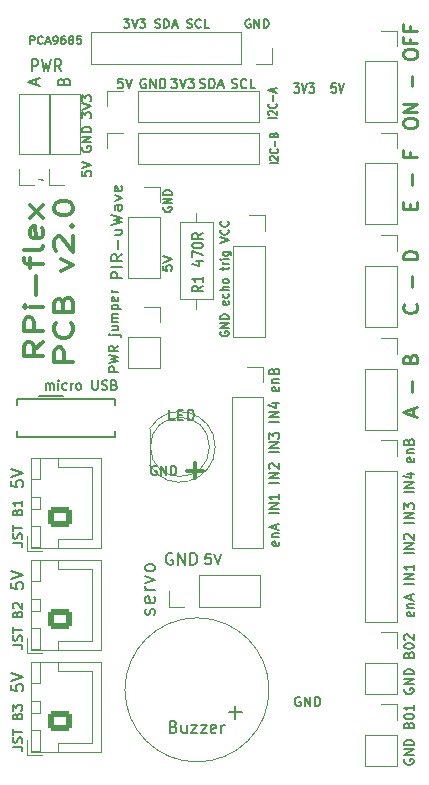
<source format=gto>
G04 #@! TF.GenerationSoftware,KiCad,Pcbnew,8.0.8*
G04 #@! TF.CreationDate,2025-05-07T21:48:01+01:00*
G04 #@! TF.ProjectId,RPi-flex_PCB02,5250692d-666c-4657-985f-50434230322e,rev?*
G04 #@! TF.SameCoordinates,Original*
G04 #@! TF.FileFunction,Legend,Top*
G04 #@! TF.FilePolarity,Positive*
%FSLAX46Y46*%
G04 Gerber Fmt 4.6, Leading zero omitted, Abs format (unit mm)*
G04 Created by KiCad (PCBNEW 8.0.8) date 2025-05-07 21:48:01*
%MOMM*%
%LPD*%
G01*
G04 APERTURE LIST*
G04 Aperture macros list*
%AMRoundRect*
0 Rectangle with rounded corners*
0 $1 Rounding radius*
0 $2 $3 $4 $5 $6 $7 $8 $9 X,Y pos of 4 corners*
0 Add a 4 corners polygon primitive as box body*
4,1,4,$2,$3,$4,$5,$6,$7,$8,$9,$2,$3,0*
0 Add four circle primitives for the rounded corners*
1,1,$1+$1,$2,$3*
1,1,$1+$1,$4,$5*
1,1,$1+$1,$6,$7*
1,1,$1+$1,$8,$9*
0 Add four rect primitives between the rounded corners*
20,1,$1+$1,$2,$3,$4,$5,0*
20,1,$1+$1,$4,$5,$6,$7,0*
20,1,$1+$1,$6,$7,$8,$9,0*
20,1,$1+$1,$8,$9,$2,$3,0*%
G04 Aperture macros list end*
%ADD10C,0.150000*%
%ADD11C,0.200000*%
%ADD12C,0.170000*%
%ADD13C,0.180000*%
%ADD14C,0.175000*%
%ADD15C,0.300000*%
%ADD16C,0.250000*%
%ADD17C,0.120000*%
%ADD18R,1.600000X1.600000*%
%ADD19C,1.600000*%
%ADD20R,1.700000X1.700000*%
%ADD21O,1.700000X1.700000*%
%ADD22RoundRect,0.250000X0.750000X-0.600000X0.750000X0.600000X-0.750000X0.600000X-0.750000X-0.600000X0*%
%ADD23O,2.000000X1.700000*%
%ADD24O,1.600000X1.600000*%
%ADD25R,0.840000X0.840000*%
%ADD26C,0.840000*%
%ADD27O,0.850000X1.850000*%
%ADD28C,2.200000*%
%ADD29R,1.800000X1.800000*%
%ADD30C,1.800000*%
G04 APERTURE END LIST*
D10*
X115259295Y-76047476D02*
X115259295Y-75552238D01*
X115259295Y-75552238D02*
X115564057Y-75818904D01*
X115564057Y-75818904D02*
X115564057Y-75704619D01*
X115564057Y-75704619D02*
X115602152Y-75628428D01*
X115602152Y-75628428D02*
X115640247Y-75590333D01*
X115640247Y-75590333D02*
X115716438Y-75552238D01*
X115716438Y-75552238D02*
X115906914Y-75552238D01*
X115906914Y-75552238D02*
X115983104Y-75590333D01*
X115983104Y-75590333D02*
X116021200Y-75628428D01*
X116021200Y-75628428D02*
X116059295Y-75704619D01*
X116059295Y-75704619D02*
X116059295Y-75933190D01*
X116059295Y-75933190D02*
X116021200Y-76009381D01*
X116021200Y-76009381D02*
X115983104Y-76047476D01*
X115259295Y-75323666D02*
X116059295Y-75056999D01*
X116059295Y-75056999D02*
X115259295Y-74790333D01*
X115259295Y-74599857D02*
X115259295Y-74104619D01*
X115259295Y-74104619D02*
X115564057Y-74371285D01*
X115564057Y-74371285D02*
X115564057Y-74257000D01*
X115564057Y-74257000D02*
X115602152Y-74180809D01*
X115602152Y-74180809D02*
X115640247Y-74142714D01*
X115640247Y-74142714D02*
X115716438Y-74104619D01*
X115716438Y-74104619D02*
X115906914Y-74104619D01*
X115906914Y-74104619D02*
X115983104Y-74142714D01*
X115983104Y-74142714D02*
X116021200Y-74180809D01*
X116021200Y-74180809D02*
X116059295Y-74257000D01*
X116059295Y-74257000D02*
X116059295Y-74485571D01*
X116059295Y-74485571D02*
X116021200Y-74561762D01*
X116021200Y-74561762D02*
X115983104Y-74599857D01*
X115297390Y-78460523D02*
X115259295Y-78536713D01*
X115259295Y-78536713D02*
X115259295Y-78650999D01*
X115259295Y-78650999D02*
X115297390Y-78765285D01*
X115297390Y-78765285D02*
X115373580Y-78841475D01*
X115373580Y-78841475D02*
X115449771Y-78879570D01*
X115449771Y-78879570D02*
X115602152Y-78917666D01*
X115602152Y-78917666D02*
X115716438Y-78917666D01*
X115716438Y-78917666D02*
X115868819Y-78879570D01*
X115868819Y-78879570D02*
X115945009Y-78841475D01*
X115945009Y-78841475D02*
X116021200Y-78765285D01*
X116021200Y-78765285D02*
X116059295Y-78650999D01*
X116059295Y-78650999D02*
X116059295Y-78574808D01*
X116059295Y-78574808D02*
X116021200Y-78460523D01*
X116021200Y-78460523D02*
X115983104Y-78422427D01*
X115983104Y-78422427D02*
X115716438Y-78422427D01*
X115716438Y-78422427D02*
X115716438Y-78574808D01*
X116059295Y-78079570D02*
X115259295Y-78079570D01*
X115259295Y-78079570D02*
X116059295Y-77622427D01*
X116059295Y-77622427D02*
X115259295Y-77622427D01*
X116059295Y-77241475D02*
X115259295Y-77241475D01*
X115259295Y-77241475D02*
X115259295Y-77050999D01*
X115259295Y-77050999D02*
X115297390Y-76936713D01*
X115297390Y-76936713D02*
X115373580Y-76860523D01*
X115373580Y-76860523D02*
X115449771Y-76822428D01*
X115449771Y-76822428D02*
X115602152Y-76784332D01*
X115602152Y-76784332D02*
X115716438Y-76784332D01*
X115716438Y-76784332D02*
X115868819Y-76822428D01*
X115868819Y-76822428D02*
X115945009Y-76860523D01*
X115945009Y-76860523D02*
X116021200Y-76936713D01*
X116021200Y-76936713D02*
X116059295Y-77050999D01*
X116059295Y-77050999D02*
X116059295Y-77241475D01*
X111943704Y-80492619D02*
X111943704Y-80111667D01*
X111943704Y-80111667D02*
X111562752Y-80073571D01*
X111562752Y-80073571D02*
X111600847Y-80111667D01*
X111600847Y-80111667D02*
X111638942Y-80187857D01*
X111638942Y-80187857D02*
X111638942Y-80378333D01*
X111638942Y-80378333D02*
X111600847Y-80454524D01*
X111600847Y-80454524D02*
X111562752Y-80492619D01*
X111562752Y-80492619D02*
X111486561Y-80530714D01*
X111486561Y-80530714D02*
X111296085Y-80530714D01*
X111296085Y-80530714D02*
X111219895Y-80492619D01*
X111219895Y-80492619D02*
X111181800Y-80454524D01*
X111181800Y-80454524D02*
X111143704Y-80378333D01*
X111143704Y-80378333D02*
X111143704Y-80187857D01*
X111143704Y-80187857D02*
X111181800Y-80111667D01*
X111181800Y-80111667D02*
X111219895Y-80073571D01*
X111943704Y-80759286D02*
X111143704Y-81025953D01*
X111143704Y-81025953D02*
X111943704Y-81292619D01*
D11*
X126193571Y-112916957D02*
X125764999Y-112916957D01*
X125764999Y-112916957D02*
X125722142Y-113345528D01*
X125722142Y-113345528D02*
X125764999Y-113302671D01*
X125764999Y-113302671D02*
X125850714Y-113259814D01*
X125850714Y-113259814D02*
X126064999Y-113259814D01*
X126064999Y-113259814D02*
X126150714Y-113302671D01*
X126150714Y-113302671D02*
X126193571Y-113345528D01*
X126193571Y-113345528D02*
X126236428Y-113431242D01*
X126236428Y-113431242D02*
X126236428Y-113645528D01*
X126236428Y-113645528D02*
X126193571Y-113731242D01*
X126193571Y-113731242D02*
X126150714Y-113774100D01*
X126150714Y-113774100D02*
X126064999Y-113816957D01*
X126064999Y-113816957D02*
X125850714Y-113816957D01*
X125850714Y-113816957D02*
X125764999Y-113774100D01*
X125764999Y-113774100D02*
X125722142Y-113731242D01*
X126493571Y-112916957D02*
X126793571Y-113816957D01*
X126793571Y-113816957D02*
X127093571Y-112916957D01*
X122834523Y-72711695D02*
X123329761Y-72711695D01*
X123329761Y-72711695D02*
X123063095Y-73016457D01*
X123063095Y-73016457D02*
X123177380Y-73016457D01*
X123177380Y-73016457D02*
X123253571Y-73054552D01*
X123253571Y-73054552D02*
X123291666Y-73092647D01*
X123291666Y-73092647D02*
X123329761Y-73168838D01*
X123329761Y-73168838D02*
X123329761Y-73359314D01*
X123329761Y-73359314D02*
X123291666Y-73435504D01*
X123291666Y-73435504D02*
X123253571Y-73473600D01*
X123253571Y-73473600D02*
X123177380Y-73511695D01*
X123177380Y-73511695D02*
X122948809Y-73511695D01*
X122948809Y-73511695D02*
X122872618Y-73473600D01*
X122872618Y-73473600D02*
X122834523Y-73435504D01*
X123558333Y-72711695D02*
X123825000Y-73511695D01*
X123825000Y-73511695D02*
X124091666Y-72711695D01*
X124282142Y-72711695D02*
X124777380Y-72711695D01*
X124777380Y-72711695D02*
X124510714Y-73016457D01*
X124510714Y-73016457D02*
X124624999Y-73016457D01*
X124624999Y-73016457D02*
X124701190Y-73054552D01*
X124701190Y-73054552D02*
X124739285Y-73092647D01*
X124739285Y-73092647D02*
X124777380Y-73168838D01*
X124777380Y-73168838D02*
X124777380Y-73359314D01*
X124777380Y-73359314D02*
X124739285Y-73435504D01*
X124739285Y-73435504D02*
X124701190Y-73473600D01*
X124701190Y-73473600D02*
X124624999Y-73511695D01*
X124624999Y-73511695D02*
X124396428Y-73511695D01*
X124396428Y-73511695D02*
X124320237Y-73473600D01*
X124320237Y-73473600D02*
X124282142Y-73435504D01*
X125266571Y-73473600D02*
X125380857Y-73511695D01*
X125380857Y-73511695D02*
X125571333Y-73511695D01*
X125571333Y-73511695D02*
X125647524Y-73473600D01*
X125647524Y-73473600D02*
X125685619Y-73435504D01*
X125685619Y-73435504D02*
X125723714Y-73359314D01*
X125723714Y-73359314D02*
X125723714Y-73283123D01*
X125723714Y-73283123D02*
X125685619Y-73206933D01*
X125685619Y-73206933D02*
X125647524Y-73168838D01*
X125647524Y-73168838D02*
X125571333Y-73130742D01*
X125571333Y-73130742D02*
X125418952Y-73092647D01*
X125418952Y-73092647D02*
X125342762Y-73054552D01*
X125342762Y-73054552D02*
X125304667Y-73016457D01*
X125304667Y-73016457D02*
X125266571Y-72940266D01*
X125266571Y-72940266D02*
X125266571Y-72864076D01*
X125266571Y-72864076D02*
X125304667Y-72787885D01*
X125304667Y-72787885D02*
X125342762Y-72749790D01*
X125342762Y-72749790D02*
X125418952Y-72711695D01*
X125418952Y-72711695D02*
X125609429Y-72711695D01*
X125609429Y-72711695D02*
X125723714Y-72749790D01*
X126066572Y-73511695D02*
X126066572Y-72711695D01*
X126066572Y-72711695D02*
X126257048Y-72711695D01*
X126257048Y-72711695D02*
X126371334Y-72749790D01*
X126371334Y-72749790D02*
X126447524Y-72825980D01*
X126447524Y-72825980D02*
X126485619Y-72902171D01*
X126485619Y-72902171D02*
X126523715Y-73054552D01*
X126523715Y-73054552D02*
X126523715Y-73168838D01*
X126523715Y-73168838D02*
X126485619Y-73321219D01*
X126485619Y-73321219D02*
X126447524Y-73397409D01*
X126447524Y-73397409D02*
X126371334Y-73473600D01*
X126371334Y-73473600D02*
X126257048Y-73511695D01*
X126257048Y-73511695D02*
X126066572Y-73511695D01*
X126828476Y-73283123D02*
X127209429Y-73283123D01*
X126752286Y-73511695D02*
X127018953Y-72711695D01*
X127018953Y-72711695D02*
X127285619Y-73511695D01*
X127952618Y-73473600D02*
X128066904Y-73511695D01*
X128066904Y-73511695D02*
X128257380Y-73511695D01*
X128257380Y-73511695D02*
X128333571Y-73473600D01*
X128333571Y-73473600D02*
X128371666Y-73435504D01*
X128371666Y-73435504D02*
X128409761Y-73359314D01*
X128409761Y-73359314D02*
X128409761Y-73283123D01*
X128409761Y-73283123D02*
X128371666Y-73206933D01*
X128371666Y-73206933D02*
X128333571Y-73168838D01*
X128333571Y-73168838D02*
X128257380Y-73130742D01*
X128257380Y-73130742D02*
X128104999Y-73092647D01*
X128104999Y-73092647D02*
X128028809Y-73054552D01*
X128028809Y-73054552D02*
X127990714Y-73016457D01*
X127990714Y-73016457D02*
X127952618Y-72940266D01*
X127952618Y-72940266D02*
X127952618Y-72864076D01*
X127952618Y-72864076D02*
X127990714Y-72787885D01*
X127990714Y-72787885D02*
X128028809Y-72749790D01*
X128028809Y-72749790D02*
X128104999Y-72711695D01*
X128104999Y-72711695D02*
X128295476Y-72711695D01*
X128295476Y-72711695D02*
X128409761Y-72749790D01*
X129209762Y-73435504D02*
X129171666Y-73473600D01*
X129171666Y-73473600D02*
X129057381Y-73511695D01*
X129057381Y-73511695D02*
X128981190Y-73511695D01*
X128981190Y-73511695D02*
X128866904Y-73473600D01*
X128866904Y-73473600D02*
X128790714Y-73397409D01*
X128790714Y-73397409D02*
X128752619Y-73321219D01*
X128752619Y-73321219D02*
X128714523Y-73168838D01*
X128714523Y-73168838D02*
X128714523Y-73054552D01*
X128714523Y-73054552D02*
X128752619Y-72902171D01*
X128752619Y-72902171D02*
X128790714Y-72825980D01*
X128790714Y-72825980D02*
X128866904Y-72749790D01*
X128866904Y-72749790D02*
X128981190Y-72711695D01*
X128981190Y-72711695D02*
X129057381Y-72711695D01*
X129057381Y-72711695D02*
X129171666Y-72749790D01*
X129171666Y-72749790D02*
X129209762Y-72787885D01*
X129933571Y-73511695D02*
X129552619Y-73511695D01*
X129552619Y-73511695D02*
X129552619Y-72711695D01*
X120675476Y-72749790D02*
X120599286Y-72711695D01*
X120599286Y-72711695D02*
X120485000Y-72711695D01*
X120485000Y-72711695D02*
X120370714Y-72749790D01*
X120370714Y-72749790D02*
X120294524Y-72825980D01*
X120294524Y-72825980D02*
X120256429Y-72902171D01*
X120256429Y-72902171D02*
X120218333Y-73054552D01*
X120218333Y-73054552D02*
X120218333Y-73168838D01*
X120218333Y-73168838D02*
X120256429Y-73321219D01*
X120256429Y-73321219D02*
X120294524Y-73397409D01*
X120294524Y-73397409D02*
X120370714Y-73473600D01*
X120370714Y-73473600D02*
X120485000Y-73511695D01*
X120485000Y-73511695D02*
X120561191Y-73511695D01*
X120561191Y-73511695D02*
X120675476Y-73473600D01*
X120675476Y-73473600D02*
X120713572Y-73435504D01*
X120713572Y-73435504D02*
X120713572Y-73168838D01*
X120713572Y-73168838D02*
X120561191Y-73168838D01*
X121056429Y-73511695D02*
X121056429Y-72711695D01*
X121056429Y-72711695D02*
X121513572Y-73511695D01*
X121513572Y-73511695D02*
X121513572Y-72711695D01*
X121894524Y-73511695D02*
X121894524Y-72711695D01*
X121894524Y-72711695D02*
X122085000Y-72711695D01*
X122085000Y-72711695D02*
X122199286Y-72749790D01*
X122199286Y-72749790D02*
X122275476Y-72825980D01*
X122275476Y-72825980D02*
X122313571Y-72902171D01*
X122313571Y-72902171D02*
X122351667Y-73054552D01*
X122351667Y-73054552D02*
X122351667Y-73168838D01*
X122351667Y-73168838D02*
X122313571Y-73321219D01*
X122313571Y-73321219D02*
X122275476Y-73397409D01*
X122275476Y-73397409D02*
X122199286Y-73473600D01*
X122199286Y-73473600D02*
X122085000Y-73511695D01*
X122085000Y-73511695D02*
X121894524Y-73511695D01*
D12*
X136772667Y-73094255D02*
X136439333Y-73094255D01*
X136439333Y-73094255D02*
X136406000Y-73475207D01*
X136406000Y-73475207D02*
X136439333Y-73437112D01*
X136439333Y-73437112D02*
X136506000Y-73399017D01*
X136506000Y-73399017D02*
X136672667Y-73399017D01*
X136672667Y-73399017D02*
X136739333Y-73437112D01*
X136739333Y-73437112D02*
X136772667Y-73475207D01*
X136772667Y-73475207D02*
X136806000Y-73551398D01*
X136806000Y-73551398D02*
X136806000Y-73741874D01*
X136806000Y-73741874D02*
X136772667Y-73818064D01*
X136772667Y-73818064D02*
X136739333Y-73856160D01*
X136739333Y-73856160D02*
X136672667Y-73894255D01*
X136672667Y-73894255D02*
X136506000Y-73894255D01*
X136506000Y-73894255D02*
X136439333Y-73856160D01*
X136439333Y-73856160D02*
X136406000Y-73818064D01*
X137006000Y-73094255D02*
X137239334Y-73894255D01*
X137239334Y-73894255D02*
X137472667Y-73094255D01*
X133245333Y-73094255D02*
X133678666Y-73094255D01*
X133678666Y-73094255D02*
X133445333Y-73399017D01*
X133445333Y-73399017D02*
X133545333Y-73399017D01*
X133545333Y-73399017D02*
X133611999Y-73437112D01*
X133611999Y-73437112D02*
X133645333Y-73475207D01*
X133645333Y-73475207D02*
X133678666Y-73551398D01*
X133678666Y-73551398D02*
X133678666Y-73741874D01*
X133678666Y-73741874D02*
X133645333Y-73818064D01*
X133645333Y-73818064D02*
X133611999Y-73856160D01*
X133611999Y-73856160D02*
X133545333Y-73894255D01*
X133545333Y-73894255D02*
X133345333Y-73894255D01*
X133345333Y-73894255D02*
X133278666Y-73856160D01*
X133278666Y-73856160D02*
X133245333Y-73818064D01*
X133878666Y-73094255D02*
X134112000Y-73894255D01*
X134112000Y-73894255D02*
X134345333Y-73094255D01*
X134512000Y-73094255D02*
X134945333Y-73094255D01*
X134945333Y-73094255D02*
X134712000Y-73399017D01*
X134712000Y-73399017D02*
X134812000Y-73399017D01*
X134812000Y-73399017D02*
X134878666Y-73437112D01*
X134878666Y-73437112D02*
X134912000Y-73475207D01*
X134912000Y-73475207D02*
X134945333Y-73551398D01*
X134945333Y-73551398D02*
X134945333Y-73741874D01*
X134945333Y-73741874D02*
X134912000Y-73818064D01*
X134912000Y-73818064D02*
X134878666Y-73856160D01*
X134878666Y-73856160D02*
X134812000Y-73894255D01*
X134812000Y-73894255D02*
X134612000Y-73894255D01*
X134612000Y-73894255D02*
X134545333Y-73856160D01*
X134545333Y-73856160D02*
X134512000Y-73818064D01*
D13*
X133756476Y-125074830D02*
X133680286Y-125036735D01*
X133680286Y-125036735D02*
X133566000Y-125036735D01*
X133566000Y-125036735D02*
X133451714Y-125074830D01*
X133451714Y-125074830D02*
X133375524Y-125151020D01*
X133375524Y-125151020D02*
X133337429Y-125227211D01*
X133337429Y-125227211D02*
X133299333Y-125379592D01*
X133299333Y-125379592D02*
X133299333Y-125493878D01*
X133299333Y-125493878D02*
X133337429Y-125646259D01*
X133337429Y-125646259D02*
X133375524Y-125722449D01*
X133375524Y-125722449D02*
X133451714Y-125798640D01*
X133451714Y-125798640D02*
X133566000Y-125836735D01*
X133566000Y-125836735D02*
X133642191Y-125836735D01*
X133642191Y-125836735D02*
X133756476Y-125798640D01*
X133756476Y-125798640D02*
X133794572Y-125760544D01*
X133794572Y-125760544D02*
X133794572Y-125493878D01*
X133794572Y-125493878D02*
X133642191Y-125493878D01*
X134137429Y-125836735D02*
X134137429Y-125036735D01*
X134137429Y-125036735D02*
X134594572Y-125836735D01*
X134594572Y-125836735D02*
X134594572Y-125036735D01*
X134975524Y-125836735D02*
X134975524Y-125036735D01*
X134975524Y-125036735D02*
X135166000Y-125036735D01*
X135166000Y-125036735D02*
X135280286Y-125074830D01*
X135280286Y-125074830D02*
X135356476Y-125151020D01*
X135356476Y-125151020D02*
X135394571Y-125227211D01*
X135394571Y-125227211D02*
X135432667Y-125379592D01*
X135432667Y-125379592D02*
X135432667Y-125493878D01*
X135432667Y-125493878D02*
X135394571Y-125646259D01*
X135394571Y-125646259D02*
X135356476Y-125722449D01*
X135356476Y-125722449D02*
X135280286Y-125798640D01*
X135280286Y-125798640D02*
X135166000Y-125836735D01*
X135166000Y-125836735D02*
X134975524Y-125836735D01*
D11*
X111068000Y-72080219D02*
X111068000Y-71080219D01*
X111068000Y-71080219D02*
X111410857Y-71080219D01*
X111410857Y-71080219D02*
X111496572Y-71127838D01*
X111496572Y-71127838D02*
X111539429Y-71175457D01*
X111539429Y-71175457D02*
X111582286Y-71270695D01*
X111582286Y-71270695D02*
X111582286Y-71413552D01*
X111582286Y-71413552D02*
X111539429Y-71508790D01*
X111539429Y-71508790D02*
X111496572Y-71556409D01*
X111496572Y-71556409D02*
X111410857Y-71604028D01*
X111410857Y-71604028D02*
X111068000Y-71604028D01*
X111882286Y-71080219D02*
X112096572Y-72080219D01*
X112096572Y-72080219D02*
X112268000Y-71365933D01*
X112268000Y-71365933D02*
X112439429Y-72080219D01*
X112439429Y-72080219D02*
X112653715Y-71080219D01*
X113510857Y-72080219D02*
X113210857Y-71604028D01*
X112996571Y-72080219D02*
X112996571Y-71080219D01*
X112996571Y-71080219D02*
X113339428Y-71080219D01*
X113339428Y-71080219D02*
X113425143Y-71127838D01*
X113425143Y-71127838D02*
X113468000Y-71175457D01*
X113468000Y-71175457D02*
X113510857Y-71270695D01*
X113510857Y-71270695D02*
X113510857Y-71413552D01*
X113510857Y-71413552D02*
X113468000Y-71508790D01*
X113468000Y-71508790D02*
X113425143Y-71556409D01*
X113425143Y-71556409D02*
X113339428Y-71604028D01*
X113339428Y-71604028D02*
X112996571Y-71604028D01*
X115256695Y-80543380D02*
X115256695Y-80924332D01*
X115256695Y-80924332D02*
X115637647Y-80962428D01*
X115637647Y-80962428D02*
X115599552Y-80924332D01*
X115599552Y-80924332D02*
X115561457Y-80848142D01*
X115561457Y-80848142D02*
X115561457Y-80657666D01*
X115561457Y-80657666D02*
X115599552Y-80581475D01*
X115599552Y-80581475D02*
X115637647Y-80543380D01*
X115637647Y-80543380D02*
X115713838Y-80505285D01*
X115713838Y-80505285D02*
X115904314Y-80505285D01*
X115904314Y-80505285D02*
X115980504Y-80543380D01*
X115980504Y-80543380D02*
X116018600Y-80581475D01*
X116018600Y-80581475D02*
X116056695Y-80657666D01*
X116056695Y-80657666D02*
X116056695Y-80848142D01*
X116056695Y-80848142D02*
X116018600Y-80924332D01*
X116018600Y-80924332D02*
X115980504Y-80962428D01*
X115256695Y-80276713D02*
X116056695Y-80010046D01*
X116056695Y-80010046D02*
X115256695Y-79743380D01*
X122936095Y-112910838D02*
X122840857Y-112863219D01*
X122840857Y-112863219D02*
X122698000Y-112863219D01*
X122698000Y-112863219D02*
X122555143Y-112910838D01*
X122555143Y-112910838D02*
X122459905Y-113006076D01*
X122459905Y-113006076D02*
X122412286Y-113101314D01*
X122412286Y-113101314D02*
X122364667Y-113291790D01*
X122364667Y-113291790D02*
X122364667Y-113434647D01*
X122364667Y-113434647D02*
X122412286Y-113625123D01*
X122412286Y-113625123D02*
X122459905Y-113720361D01*
X122459905Y-113720361D02*
X122555143Y-113815600D01*
X122555143Y-113815600D02*
X122698000Y-113863219D01*
X122698000Y-113863219D02*
X122793238Y-113863219D01*
X122793238Y-113863219D02*
X122936095Y-113815600D01*
X122936095Y-113815600D02*
X122983714Y-113767980D01*
X122983714Y-113767980D02*
X122983714Y-113434647D01*
X122983714Y-113434647D02*
X122793238Y-113434647D01*
X123412286Y-113863219D02*
X123412286Y-112863219D01*
X123412286Y-112863219D02*
X123983714Y-113863219D01*
X123983714Y-113863219D02*
X123983714Y-112863219D01*
X124459905Y-113863219D02*
X124459905Y-112863219D01*
X124459905Y-112863219D02*
X124698000Y-112863219D01*
X124698000Y-112863219D02*
X124840857Y-112910838D01*
X124840857Y-112910838D02*
X124936095Y-113006076D01*
X124936095Y-113006076D02*
X124983714Y-113101314D01*
X124983714Y-113101314D02*
X125031333Y-113291790D01*
X125031333Y-113291790D02*
X125031333Y-113434647D01*
X125031333Y-113434647D02*
X124983714Y-113625123D01*
X124983714Y-113625123D02*
X124936095Y-113720361D01*
X124936095Y-113720361D02*
X124840857Y-113815600D01*
X124840857Y-113815600D02*
X124698000Y-113863219D01*
X124698000Y-113863219D02*
X124459905Y-113863219D01*
X109307219Y-124015476D02*
X109307219Y-124491666D01*
X109307219Y-124491666D02*
X109783409Y-124539285D01*
X109783409Y-124539285D02*
X109735790Y-124491666D01*
X109735790Y-124491666D02*
X109688171Y-124396428D01*
X109688171Y-124396428D02*
X109688171Y-124158333D01*
X109688171Y-124158333D02*
X109735790Y-124063095D01*
X109735790Y-124063095D02*
X109783409Y-124015476D01*
X109783409Y-124015476D02*
X109878647Y-123967857D01*
X109878647Y-123967857D02*
X110116742Y-123967857D01*
X110116742Y-123967857D02*
X110211980Y-124015476D01*
X110211980Y-124015476D02*
X110259600Y-124063095D01*
X110259600Y-124063095D02*
X110307219Y-124158333D01*
X110307219Y-124158333D02*
X110307219Y-124396428D01*
X110307219Y-124396428D02*
X110259600Y-124491666D01*
X110259600Y-124491666D02*
X110211980Y-124539285D01*
X109307219Y-123682142D02*
X110307219Y-123348809D01*
X110307219Y-123348809D02*
X109307219Y-123015476D01*
X109307219Y-115379476D02*
X109307219Y-115855666D01*
X109307219Y-115855666D02*
X109783409Y-115903285D01*
X109783409Y-115903285D02*
X109735790Y-115855666D01*
X109735790Y-115855666D02*
X109688171Y-115760428D01*
X109688171Y-115760428D02*
X109688171Y-115522333D01*
X109688171Y-115522333D02*
X109735790Y-115427095D01*
X109735790Y-115427095D02*
X109783409Y-115379476D01*
X109783409Y-115379476D02*
X109878647Y-115331857D01*
X109878647Y-115331857D02*
X110116742Y-115331857D01*
X110116742Y-115331857D02*
X110211980Y-115379476D01*
X110211980Y-115379476D02*
X110259600Y-115427095D01*
X110259600Y-115427095D02*
X110307219Y-115522333D01*
X110307219Y-115522333D02*
X110307219Y-115760428D01*
X110307219Y-115760428D02*
X110259600Y-115855666D01*
X110259600Y-115855666D02*
X110211980Y-115903285D01*
X109307219Y-115046142D02*
X110307219Y-114712809D01*
X110307219Y-114712809D02*
X109307219Y-114379476D01*
X109307219Y-106743476D02*
X109307219Y-107219666D01*
X109307219Y-107219666D02*
X109783409Y-107267285D01*
X109783409Y-107267285D02*
X109735790Y-107219666D01*
X109735790Y-107219666D02*
X109688171Y-107124428D01*
X109688171Y-107124428D02*
X109688171Y-106886333D01*
X109688171Y-106886333D02*
X109735790Y-106791095D01*
X109735790Y-106791095D02*
X109783409Y-106743476D01*
X109783409Y-106743476D02*
X109878647Y-106695857D01*
X109878647Y-106695857D02*
X110116742Y-106695857D01*
X110116742Y-106695857D02*
X110211980Y-106743476D01*
X110211980Y-106743476D02*
X110259600Y-106791095D01*
X110259600Y-106791095D02*
X110307219Y-106886333D01*
X110307219Y-106886333D02*
X110307219Y-107124428D01*
X110307219Y-107124428D02*
X110259600Y-107219666D01*
X110259600Y-107219666D02*
X110211980Y-107267285D01*
X109307219Y-106410142D02*
X110307219Y-106076809D01*
X110307219Y-106076809D02*
X109307219Y-105743476D01*
D10*
X121564476Y-105518390D02*
X121488286Y-105480295D01*
X121488286Y-105480295D02*
X121374000Y-105480295D01*
X121374000Y-105480295D02*
X121259714Y-105518390D01*
X121259714Y-105518390D02*
X121183524Y-105594580D01*
X121183524Y-105594580D02*
X121145429Y-105670771D01*
X121145429Y-105670771D02*
X121107333Y-105823152D01*
X121107333Y-105823152D02*
X121107333Y-105937438D01*
X121107333Y-105937438D02*
X121145429Y-106089819D01*
X121145429Y-106089819D02*
X121183524Y-106166009D01*
X121183524Y-106166009D02*
X121259714Y-106242200D01*
X121259714Y-106242200D02*
X121374000Y-106280295D01*
X121374000Y-106280295D02*
X121450191Y-106280295D01*
X121450191Y-106280295D02*
X121564476Y-106242200D01*
X121564476Y-106242200D02*
X121602572Y-106204104D01*
X121602572Y-106204104D02*
X121602572Y-105937438D01*
X121602572Y-105937438D02*
X121450191Y-105937438D01*
X121945429Y-106280295D02*
X121945429Y-105480295D01*
X121945429Y-105480295D02*
X122402572Y-106280295D01*
X122402572Y-106280295D02*
X122402572Y-105480295D01*
X122783524Y-106280295D02*
X122783524Y-105480295D01*
X122783524Y-105480295D02*
X122974000Y-105480295D01*
X122974000Y-105480295D02*
X123088286Y-105518390D01*
X123088286Y-105518390D02*
X123164476Y-105594580D01*
X123164476Y-105594580D02*
X123202571Y-105670771D01*
X123202571Y-105670771D02*
X123240667Y-105823152D01*
X123240667Y-105823152D02*
X123240667Y-105937438D01*
X123240667Y-105937438D02*
X123202571Y-106089819D01*
X123202571Y-106089819D02*
X123164476Y-106166009D01*
X123164476Y-106166009D02*
X123088286Y-106242200D01*
X123088286Y-106242200D02*
X122974000Y-106280295D01*
X122974000Y-106280295D02*
X122783524Y-106280295D01*
D11*
X118719619Y-72711695D02*
X118338667Y-72711695D01*
X118338667Y-72711695D02*
X118300571Y-73092647D01*
X118300571Y-73092647D02*
X118338667Y-73054552D01*
X118338667Y-73054552D02*
X118414857Y-73016457D01*
X118414857Y-73016457D02*
X118605333Y-73016457D01*
X118605333Y-73016457D02*
X118681524Y-73054552D01*
X118681524Y-73054552D02*
X118719619Y-73092647D01*
X118719619Y-73092647D02*
X118757714Y-73168838D01*
X118757714Y-73168838D02*
X118757714Y-73359314D01*
X118757714Y-73359314D02*
X118719619Y-73435504D01*
X118719619Y-73435504D02*
X118681524Y-73473600D01*
X118681524Y-73473600D02*
X118605333Y-73511695D01*
X118605333Y-73511695D02*
X118414857Y-73511695D01*
X118414857Y-73511695D02*
X118338667Y-73473600D01*
X118338667Y-73473600D02*
X118300571Y-73435504D01*
X118986286Y-72711695D02*
X119252953Y-73511695D01*
X119252953Y-73511695D02*
X119519619Y-72711695D01*
D14*
X122169733Y-88544380D02*
X122169733Y-88925332D01*
X122169733Y-88925332D02*
X122503066Y-88963428D01*
X122503066Y-88963428D02*
X122469733Y-88925332D01*
X122469733Y-88925332D02*
X122436400Y-88849142D01*
X122436400Y-88849142D02*
X122436400Y-88658666D01*
X122436400Y-88658666D02*
X122469733Y-88582475D01*
X122469733Y-88582475D02*
X122503066Y-88544380D01*
X122503066Y-88544380D02*
X122569733Y-88506285D01*
X122569733Y-88506285D02*
X122736400Y-88506285D01*
X122736400Y-88506285D02*
X122803066Y-88544380D01*
X122803066Y-88544380D02*
X122836400Y-88582475D01*
X122836400Y-88582475D02*
X122869733Y-88658666D01*
X122869733Y-88658666D02*
X122869733Y-88849142D01*
X122869733Y-88849142D02*
X122836400Y-88925332D01*
X122836400Y-88925332D02*
X122803066Y-88963428D01*
X122169733Y-88277713D02*
X122869733Y-88011046D01*
X122869733Y-88011046D02*
X122169733Y-87744380D01*
X122203066Y-83591332D02*
X122169733Y-83657999D01*
X122169733Y-83657999D02*
X122169733Y-83757999D01*
X122169733Y-83757999D02*
X122203066Y-83857999D01*
X122203066Y-83857999D02*
X122269733Y-83924666D01*
X122269733Y-83924666D02*
X122336400Y-83957999D01*
X122336400Y-83957999D02*
X122469733Y-83991332D01*
X122469733Y-83991332D02*
X122569733Y-83991332D01*
X122569733Y-83991332D02*
X122703066Y-83957999D01*
X122703066Y-83957999D02*
X122769733Y-83924666D01*
X122769733Y-83924666D02*
X122836400Y-83857999D01*
X122836400Y-83857999D02*
X122869733Y-83757999D01*
X122869733Y-83757999D02*
X122869733Y-83691332D01*
X122869733Y-83691332D02*
X122836400Y-83591332D01*
X122836400Y-83591332D02*
X122803066Y-83557999D01*
X122803066Y-83557999D02*
X122569733Y-83557999D01*
X122569733Y-83557999D02*
X122569733Y-83691332D01*
X122869733Y-83257999D02*
X122169733Y-83257999D01*
X122169733Y-83257999D02*
X122869733Y-82857999D01*
X122869733Y-82857999D02*
X122169733Y-82857999D01*
X122869733Y-82524666D02*
X122169733Y-82524666D01*
X122169733Y-82524666D02*
X122169733Y-82357999D01*
X122169733Y-82357999D02*
X122203066Y-82257999D01*
X122203066Y-82257999D02*
X122269733Y-82191333D01*
X122269733Y-82191333D02*
X122336400Y-82157999D01*
X122336400Y-82157999D02*
X122469733Y-82124666D01*
X122469733Y-82124666D02*
X122569733Y-82124666D01*
X122569733Y-82124666D02*
X122703066Y-82157999D01*
X122703066Y-82157999D02*
X122769733Y-82191333D01*
X122769733Y-82191333D02*
X122836400Y-82257999D01*
X122836400Y-82257999D02*
X122869733Y-82357999D01*
X122869733Y-82357999D02*
X122869733Y-82524666D01*
D10*
X110863332Y-69738771D02*
X110863332Y-69138771D01*
X110863332Y-69138771D02*
X111129999Y-69138771D01*
X111129999Y-69138771D02*
X111196666Y-69167342D01*
X111196666Y-69167342D02*
X111229999Y-69195914D01*
X111229999Y-69195914D02*
X111263332Y-69253057D01*
X111263332Y-69253057D02*
X111263332Y-69338771D01*
X111263332Y-69338771D02*
X111229999Y-69395914D01*
X111229999Y-69395914D02*
X111196666Y-69424485D01*
X111196666Y-69424485D02*
X111129999Y-69453057D01*
X111129999Y-69453057D02*
X110863332Y-69453057D01*
X111963332Y-69681628D02*
X111929999Y-69710200D01*
X111929999Y-69710200D02*
X111829999Y-69738771D01*
X111829999Y-69738771D02*
X111763332Y-69738771D01*
X111763332Y-69738771D02*
X111663332Y-69710200D01*
X111663332Y-69710200D02*
X111596666Y-69653057D01*
X111596666Y-69653057D02*
X111563332Y-69595914D01*
X111563332Y-69595914D02*
X111529999Y-69481628D01*
X111529999Y-69481628D02*
X111529999Y-69395914D01*
X111529999Y-69395914D02*
X111563332Y-69281628D01*
X111563332Y-69281628D02*
X111596666Y-69224485D01*
X111596666Y-69224485D02*
X111663332Y-69167342D01*
X111663332Y-69167342D02*
X111763332Y-69138771D01*
X111763332Y-69138771D02*
X111829999Y-69138771D01*
X111829999Y-69138771D02*
X111929999Y-69167342D01*
X111929999Y-69167342D02*
X111963332Y-69195914D01*
X112229999Y-69567342D02*
X112563332Y-69567342D01*
X112163332Y-69738771D02*
X112396666Y-69138771D01*
X112396666Y-69138771D02*
X112629999Y-69738771D01*
X112896666Y-69738771D02*
X113029999Y-69738771D01*
X113029999Y-69738771D02*
X113096666Y-69710200D01*
X113096666Y-69710200D02*
X113129999Y-69681628D01*
X113129999Y-69681628D02*
X113196666Y-69595914D01*
X113196666Y-69595914D02*
X113229999Y-69481628D01*
X113229999Y-69481628D02*
X113229999Y-69253057D01*
X113229999Y-69253057D02*
X113196666Y-69195914D01*
X113196666Y-69195914D02*
X113163332Y-69167342D01*
X113163332Y-69167342D02*
X113096666Y-69138771D01*
X113096666Y-69138771D02*
X112963332Y-69138771D01*
X112963332Y-69138771D02*
X112896666Y-69167342D01*
X112896666Y-69167342D02*
X112863332Y-69195914D01*
X112863332Y-69195914D02*
X112829999Y-69253057D01*
X112829999Y-69253057D02*
X112829999Y-69395914D01*
X112829999Y-69395914D02*
X112863332Y-69453057D01*
X112863332Y-69453057D02*
X112896666Y-69481628D01*
X112896666Y-69481628D02*
X112963332Y-69510200D01*
X112963332Y-69510200D02*
X113096666Y-69510200D01*
X113096666Y-69510200D02*
X113163332Y-69481628D01*
X113163332Y-69481628D02*
X113196666Y-69453057D01*
X113196666Y-69453057D02*
X113229999Y-69395914D01*
X113829999Y-69138771D02*
X113696666Y-69138771D01*
X113696666Y-69138771D02*
X113629999Y-69167342D01*
X113629999Y-69167342D02*
X113596666Y-69195914D01*
X113596666Y-69195914D02*
X113529999Y-69281628D01*
X113529999Y-69281628D02*
X113496666Y-69395914D01*
X113496666Y-69395914D02*
X113496666Y-69624485D01*
X113496666Y-69624485D02*
X113529999Y-69681628D01*
X113529999Y-69681628D02*
X113563333Y-69710200D01*
X113563333Y-69710200D02*
X113629999Y-69738771D01*
X113629999Y-69738771D02*
X113763333Y-69738771D01*
X113763333Y-69738771D02*
X113829999Y-69710200D01*
X113829999Y-69710200D02*
X113863333Y-69681628D01*
X113863333Y-69681628D02*
X113896666Y-69624485D01*
X113896666Y-69624485D02*
X113896666Y-69481628D01*
X113896666Y-69481628D02*
X113863333Y-69424485D01*
X113863333Y-69424485D02*
X113829999Y-69395914D01*
X113829999Y-69395914D02*
X113763333Y-69367342D01*
X113763333Y-69367342D02*
X113629999Y-69367342D01*
X113629999Y-69367342D02*
X113563333Y-69395914D01*
X113563333Y-69395914D02*
X113529999Y-69424485D01*
X113529999Y-69424485D02*
X113496666Y-69481628D01*
X114296666Y-69395914D02*
X114230000Y-69367342D01*
X114230000Y-69367342D02*
X114196666Y-69338771D01*
X114196666Y-69338771D02*
X114163333Y-69281628D01*
X114163333Y-69281628D02*
X114163333Y-69253057D01*
X114163333Y-69253057D02*
X114196666Y-69195914D01*
X114196666Y-69195914D02*
X114230000Y-69167342D01*
X114230000Y-69167342D02*
X114296666Y-69138771D01*
X114296666Y-69138771D02*
X114430000Y-69138771D01*
X114430000Y-69138771D02*
X114496666Y-69167342D01*
X114496666Y-69167342D02*
X114530000Y-69195914D01*
X114530000Y-69195914D02*
X114563333Y-69253057D01*
X114563333Y-69253057D02*
X114563333Y-69281628D01*
X114563333Y-69281628D02*
X114530000Y-69338771D01*
X114530000Y-69338771D02*
X114496666Y-69367342D01*
X114496666Y-69367342D02*
X114430000Y-69395914D01*
X114430000Y-69395914D02*
X114296666Y-69395914D01*
X114296666Y-69395914D02*
X114230000Y-69424485D01*
X114230000Y-69424485D02*
X114196666Y-69453057D01*
X114196666Y-69453057D02*
X114163333Y-69510200D01*
X114163333Y-69510200D02*
X114163333Y-69624485D01*
X114163333Y-69624485D02*
X114196666Y-69681628D01*
X114196666Y-69681628D02*
X114230000Y-69710200D01*
X114230000Y-69710200D02*
X114296666Y-69738771D01*
X114296666Y-69738771D02*
X114430000Y-69738771D01*
X114430000Y-69738771D02*
X114496666Y-69710200D01*
X114496666Y-69710200D02*
X114530000Y-69681628D01*
X114530000Y-69681628D02*
X114563333Y-69624485D01*
X114563333Y-69624485D02*
X114563333Y-69510200D01*
X114563333Y-69510200D02*
X114530000Y-69453057D01*
X114530000Y-69453057D02*
X114496666Y-69424485D01*
X114496666Y-69424485D02*
X114430000Y-69395914D01*
X115196667Y-69138771D02*
X114863333Y-69138771D01*
X114863333Y-69138771D02*
X114830000Y-69424485D01*
X114830000Y-69424485D02*
X114863333Y-69395914D01*
X114863333Y-69395914D02*
X114930000Y-69367342D01*
X114930000Y-69367342D02*
X115096667Y-69367342D01*
X115096667Y-69367342D02*
X115163333Y-69395914D01*
X115163333Y-69395914D02*
X115196667Y-69424485D01*
X115196667Y-69424485D02*
X115230000Y-69481628D01*
X115230000Y-69481628D02*
X115230000Y-69624485D01*
X115230000Y-69624485D02*
X115196667Y-69681628D01*
X115196667Y-69681628D02*
X115163333Y-69710200D01*
X115163333Y-69710200D02*
X115096667Y-69738771D01*
X115096667Y-69738771D02*
X114930000Y-69738771D01*
X114930000Y-69738771D02*
X114863333Y-69710200D01*
X114863333Y-69710200D02*
X114830000Y-69681628D01*
D11*
X123119429Y-101624957D02*
X122690857Y-101624957D01*
X122690857Y-101624957D02*
X122690857Y-100724957D01*
X123419428Y-101153528D02*
X123719428Y-101153528D01*
X123848000Y-101624957D02*
X123419428Y-101624957D01*
X123419428Y-101624957D02*
X123419428Y-100724957D01*
X123419428Y-100724957D02*
X123848000Y-100724957D01*
X124233714Y-101624957D02*
X124233714Y-100724957D01*
X124233714Y-100724957D02*
X124448000Y-100724957D01*
X124448000Y-100724957D02*
X124576571Y-100767814D01*
X124576571Y-100767814D02*
X124662286Y-100853528D01*
X124662286Y-100853528D02*
X124705143Y-100939242D01*
X124705143Y-100939242D02*
X124748000Y-101110671D01*
X124748000Y-101110671D02*
X124748000Y-101239242D01*
X124748000Y-101239242D02*
X124705143Y-101410671D01*
X124705143Y-101410671D02*
X124662286Y-101496385D01*
X124662286Y-101496385D02*
X124576571Y-101582100D01*
X124576571Y-101582100D02*
X124448000Y-101624957D01*
X124448000Y-101624957D02*
X124233714Y-101624957D01*
X131935100Y-111917856D02*
X131977957Y-111994047D01*
X131977957Y-111994047D02*
X131977957Y-112146428D01*
X131977957Y-112146428D02*
X131935100Y-112222618D01*
X131935100Y-112222618D02*
X131849385Y-112260714D01*
X131849385Y-112260714D02*
X131506528Y-112260714D01*
X131506528Y-112260714D02*
X131420814Y-112222618D01*
X131420814Y-112222618D02*
X131377957Y-112146428D01*
X131377957Y-112146428D02*
X131377957Y-111994047D01*
X131377957Y-111994047D02*
X131420814Y-111917856D01*
X131420814Y-111917856D02*
X131506528Y-111879761D01*
X131506528Y-111879761D02*
X131592242Y-111879761D01*
X131592242Y-111879761D02*
X131677957Y-112260714D01*
X131377957Y-111536904D02*
X131977957Y-111536904D01*
X131463671Y-111536904D02*
X131420814Y-111498809D01*
X131420814Y-111498809D02*
X131377957Y-111422619D01*
X131377957Y-111422619D02*
X131377957Y-111308333D01*
X131377957Y-111308333D02*
X131420814Y-111232142D01*
X131420814Y-111232142D02*
X131506528Y-111194047D01*
X131506528Y-111194047D02*
X131977957Y-111194047D01*
X131720814Y-110851190D02*
X131720814Y-110470237D01*
X131977957Y-110927380D02*
X131077957Y-110660713D01*
X131077957Y-110660713D02*
X131977957Y-110394047D01*
X131977957Y-109517856D02*
X131077957Y-109517856D01*
X131977957Y-109136904D02*
X131077957Y-109136904D01*
X131077957Y-109136904D02*
X131977957Y-108679761D01*
X131977957Y-108679761D02*
X131077957Y-108679761D01*
X131977957Y-107879762D02*
X131977957Y-108336905D01*
X131977957Y-108108333D02*
X131077957Y-108108333D01*
X131077957Y-108108333D02*
X131206528Y-108184524D01*
X131206528Y-108184524D02*
X131292242Y-108260714D01*
X131292242Y-108260714D02*
X131335100Y-108336905D01*
X131977957Y-106927380D02*
X131077957Y-106927380D01*
X131977957Y-106546428D02*
X131077957Y-106546428D01*
X131077957Y-106546428D02*
X131977957Y-106089285D01*
X131977957Y-106089285D02*
X131077957Y-106089285D01*
X131163671Y-105746429D02*
X131120814Y-105708333D01*
X131120814Y-105708333D02*
X131077957Y-105632143D01*
X131077957Y-105632143D02*
X131077957Y-105441667D01*
X131077957Y-105441667D02*
X131120814Y-105365476D01*
X131120814Y-105365476D02*
X131163671Y-105327381D01*
X131163671Y-105327381D02*
X131249385Y-105289286D01*
X131249385Y-105289286D02*
X131335100Y-105289286D01*
X131335100Y-105289286D02*
X131463671Y-105327381D01*
X131463671Y-105327381D02*
X131977957Y-105784524D01*
X131977957Y-105784524D02*
X131977957Y-105289286D01*
X131977957Y-104336904D02*
X131077957Y-104336904D01*
X131977957Y-103955952D02*
X131077957Y-103955952D01*
X131077957Y-103955952D02*
X131977957Y-103498809D01*
X131977957Y-103498809D02*
X131077957Y-103498809D01*
X131077957Y-103194048D02*
X131077957Y-102698810D01*
X131077957Y-102698810D02*
X131420814Y-102965476D01*
X131420814Y-102965476D02*
X131420814Y-102851191D01*
X131420814Y-102851191D02*
X131463671Y-102775000D01*
X131463671Y-102775000D02*
X131506528Y-102736905D01*
X131506528Y-102736905D02*
X131592242Y-102698810D01*
X131592242Y-102698810D02*
X131806528Y-102698810D01*
X131806528Y-102698810D02*
X131892242Y-102736905D01*
X131892242Y-102736905D02*
X131935100Y-102775000D01*
X131935100Y-102775000D02*
X131977957Y-102851191D01*
X131977957Y-102851191D02*
X131977957Y-103079762D01*
X131977957Y-103079762D02*
X131935100Y-103155953D01*
X131935100Y-103155953D02*
X131892242Y-103194048D01*
X131977957Y-101746428D02*
X131077957Y-101746428D01*
X131977957Y-101365476D02*
X131077957Y-101365476D01*
X131077957Y-101365476D02*
X131977957Y-100908333D01*
X131977957Y-100908333D02*
X131077957Y-100908333D01*
X131377957Y-100184524D02*
X131977957Y-100184524D01*
X131035100Y-100375000D02*
X131677957Y-100565477D01*
X131677957Y-100565477D02*
X131677957Y-100070238D01*
X131935100Y-98851190D02*
X131977957Y-98927381D01*
X131977957Y-98927381D02*
X131977957Y-99079762D01*
X131977957Y-99079762D02*
X131935100Y-99155952D01*
X131935100Y-99155952D02*
X131849385Y-99194048D01*
X131849385Y-99194048D02*
X131506528Y-99194048D01*
X131506528Y-99194048D02*
X131420814Y-99155952D01*
X131420814Y-99155952D02*
X131377957Y-99079762D01*
X131377957Y-99079762D02*
X131377957Y-98927381D01*
X131377957Y-98927381D02*
X131420814Y-98851190D01*
X131420814Y-98851190D02*
X131506528Y-98813095D01*
X131506528Y-98813095D02*
X131592242Y-98813095D01*
X131592242Y-98813095D02*
X131677957Y-99194048D01*
X131377957Y-98470238D02*
X131977957Y-98470238D01*
X131463671Y-98470238D02*
X131420814Y-98432143D01*
X131420814Y-98432143D02*
X131377957Y-98355953D01*
X131377957Y-98355953D02*
X131377957Y-98241667D01*
X131377957Y-98241667D02*
X131420814Y-98165476D01*
X131420814Y-98165476D02*
X131506528Y-98127381D01*
X131506528Y-98127381D02*
X131977957Y-98127381D01*
X131506528Y-97479762D02*
X131549385Y-97365476D01*
X131549385Y-97365476D02*
X131592242Y-97327381D01*
X131592242Y-97327381D02*
X131677957Y-97289285D01*
X131677957Y-97289285D02*
X131806528Y-97289285D01*
X131806528Y-97289285D02*
X131892242Y-97327381D01*
X131892242Y-97327381D02*
X131935100Y-97365476D01*
X131935100Y-97365476D02*
X131977957Y-97441666D01*
X131977957Y-97441666D02*
X131977957Y-97746428D01*
X131977957Y-97746428D02*
X131077957Y-97746428D01*
X131077957Y-97746428D02*
X131077957Y-97479762D01*
X131077957Y-97479762D02*
X131120814Y-97403571D01*
X131120814Y-97403571D02*
X131163671Y-97365476D01*
X131163671Y-97365476D02*
X131249385Y-97327381D01*
X131249385Y-97327381D02*
X131335100Y-97327381D01*
X131335100Y-97327381D02*
X131420814Y-97365476D01*
X131420814Y-97365476D02*
X131463671Y-97403571D01*
X131463671Y-97403571D02*
X131506528Y-97479762D01*
X131506528Y-97479762D02*
X131506528Y-97746428D01*
D15*
X124193380Y-105914234D02*
X125488619Y-105914234D01*
X124840999Y-106561853D02*
X124840999Y-105266615D01*
D14*
X127029066Y-94128664D02*
X126995733Y-94195331D01*
X126995733Y-94195331D02*
X126995733Y-94295331D01*
X126995733Y-94295331D02*
X127029066Y-94395331D01*
X127029066Y-94395331D02*
X127095733Y-94461998D01*
X127095733Y-94461998D02*
X127162400Y-94495331D01*
X127162400Y-94495331D02*
X127295733Y-94528664D01*
X127295733Y-94528664D02*
X127395733Y-94528664D01*
X127395733Y-94528664D02*
X127529066Y-94495331D01*
X127529066Y-94495331D02*
X127595733Y-94461998D01*
X127595733Y-94461998D02*
X127662400Y-94395331D01*
X127662400Y-94395331D02*
X127695733Y-94295331D01*
X127695733Y-94295331D02*
X127695733Y-94228664D01*
X127695733Y-94228664D02*
X127662400Y-94128664D01*
X127662400Y-94128664D02*
X127629066Y-94095331D01*
X127629066Y-94095331D02*
X127395733Y-94095331D01*
X127395733Y-94095331D02*
X127395733Y-94228664D01*
X127695733Y-93795331D02*
X126995733Y-93795331D01*
X126995733Y-93795331D02*
X127695733Y-93395331D01*
X127695733Y-93395331D02*
X126995733Y-93395331D01*
X127695733Y-93061998D02*
X126995733Y-93061998D01*
X126995733Y-93061998D02*
X126995733Y-92895331D01*
X126995733Y-92895331D02*
X127029066Y-92795331D01*
X127029066Y-92795331D02*
X127095733Y-92728665D01*
X127095733Y-92728665D02*
X127162400Y-92695331D01*
X127162400Y-92695331D02*
X127295733Y-92661998D01*
X127295733Y-92661998D02*
X127395733Y-92661998D01*
X127395733Y-92661998D02*
X127529066Y-92695331D01*
X127529066Y-92695331D02*
X127595733Y-92728665D01*
X127595733Y-92728665D02*
X127662400Y-92795331D01*
X127662400Y-92795331D02*
X127695733Y-92895331D01*
X127695733Y-92895331D02*
X127695733Y-93061998D01*
X127662400Y-91561998D02*
X127695733Y-91628665D01*
X127695733Y-91628665D02*
X127695733Y-91761998D01*
X127695733Y-91761998D02*
X127662400Y-91828665D01*
X127662400Y-91828665D02*
X127595733Y-91861998D01*
X127595733Y-91861998D02*
X127329066Y-91861998D01*
X127329066Y-91861998D02*
X127262400Y-91828665D01*
X127262400Y-91828665D02*
X127229066Y-91761998D01*
X127229066Y-91761998D02*
X127229066Y-91628665D01*
X127229066Y-91628665D02*
X127262400Y-91561998D01*
X127262400Y-91561998D02*
X127329066Y-91528665D01*
X127329066Y-91528665D02*
X127395733Y-91528665D01*
X127395733Y-91528665D02*
X127462400Y-91861998D01*
X127662400Y-90928665D02*
X127695733Y-90995332D01*
X127695733Y-90995332D02*
X127695733Y-91128665D01*
X127695733Y-91128665D02*
X127662400Y-91195332D01*
X127662400Y-91195332D02*
X127629066Y-91228665D01*
X127629066Y-91228665D02*
X127562400Y-91261998D01*
X127562400Y-91261998D02*
X127362400Y-91261998D01*
X127362400Y-91261998D02*
X127295733Y-91228665D01*
X127295733Y-91228665D02*
X127262400Y-91195332D01*
X127262400Y-91195332D02*
X127229066Y-91128665D01*
X127229066Y-91128665D02*
X127229066Y-90995332D01*
X127229066Y-90995332D02*
X127262400Y-90928665D01*
X127695733Y-90628665D02*
X126995733Y-90628665D01*
X127695733Y-90328665D02*
X127329066Y-90328665D01*
X127329066Y-90328665D02*
X127262400Y-90361998D01*
X127262400Y-90361998D02*
X127229066Y-90428665D01*
X127229066Y-90428665D02*
X127229066Y-90528665D01*
X127229066Y-90528665D02*
X127262400Y-90595332D01*
X127262400Y-90595332D02*
X127295733Y-90628665D01*
X127695733Y-89895332D02*
X127662400Y-89961999D01*
X127662400Y-89961999D02*
X127629066Y-89995332D01*
X127629066Y-89995332D02*
X127562400Y-90028665D01*
X127562400Y-90028665D02*
X127362400Y-90028665D01*
X127362400Y-90028665D02*
X127295733Y-89995332D01*
X127295733Y-89995332D02*
X127262400Y-89961999D01*
X127262400Y-89961999D02*
X127229066Y-89895332D01*
X127229066Y-89895332D02*
X127229066Y-89795332D01*
X127229066Y-89795332D02*
X127262400Y-89728665D01*
X127262400Y-89728665D02*
X127295733Y-89695332D01*
X127295733Y-89695332D02*
X127362400Y-89661999D01*
X127362400Y-89661999D02*
X127562400Y-89661999D01*
X127562400Y-89661999D02*
X127629066Y-89695332D01*
X127629066Y-89695332D02*
X127662400Y-89728665D01*
X127662400Y-89728665D02*
X127695733Y-89795332D01*
X127695733Y-89795332D02*
X127695733Y-89895332D01*
X127229066Y-88928666D02*
X127229066Y-88661999D01*
X126995733Y-88828666D02*
X127595733Y-88828666D01*
X127595733Y-88828666D02*
X127662400Y-88795333D01*
X127662400Y-88795333D02*
X127695733Y-88728666D01*
X127695733Y-88728666D02*
X127695733Y-88661999D01*
X127695733Y-88428666D02*
X127229066Y-88428666D01*
X127362400Y-88428666D02*
X127295733Y-88395333D01*
X127295733Y-88395333D02*
X127262400Y-88361999D01*
X127262400Y-88361999D02*
X127229066Y-88295333D01*
X127229066Y-88295333D02*
X127229066Y-88228666D01*
X127695733Y-87995333D02*
X127229066Y-87995333D01*
X126995733Y-87995333D02*
X127029066Y-88028666D01*
X127029066Y-88028666D02*
X127062400Y-87995333D01*
X127062400Y-87995333D02*
X127029066Y-87962000D01*
X127029066Y-87962000D02*
X126995733Y-87995333D01*
X126995733Y-87995333D02*
X127062400Y-87995333D01*
X127229066Y-87362000D02*
X127795733Y-87362000D01*
X127795733Y-87362000D02*
X127862400Y-87395333D01*
X127862400Y-87395333D02*
X127895733Y-87428667D01*
X127895733Y-87428667D02*
X127929066Y-87495333D01*
X127929066Y-87495333D02*
X127929066Y-87595333D01*
X127929066Y-87595333D02*
X127895733Y-87662000D01*
X127662400Y-87362000D02*
X127695733Y-87428667D01*
X127695733Y-87428667D02*
X127695733Y-87562000D01*
X127695733Y-87562000D02*
X127662400Y-87628667D01*
X127662400Y-87628667D02*
X127629066Y-87662000D01*
X127629066Y-87662000D02*
X127562400Y-87695333D01*
X127562400Y-87695333D02*
X127362400Y-87695333D01*
X127362400Y-87695333D02*
X127295733Y-87662000D01*
X127295733Y-87662000D02*
X127262400Y-87628667D01*
X127262400Y-87628667D02*
X127229066Y-87562000D01*
X127229066Y-87562000D02*
X127229066Y-87428667D01*
X127229066Y-87428667D02*
X127262400Y-87362000D01*
X126995733Y-86595334D02*
X127695733Y-86362001D01*
X127695733Y-86362001D02*
X126995733Y-86128667D01*
X127629066Y-85495334D02*
X127662400Y-85528667D01*
X127662400Y-85528667D02*
X127695733Y-85628667D01*
X127695733Y-85628667D02*
X127695733Y-85695334D01*
X127695733Y-85695334D02*
X127662400Y-85795334D01*
X127662400Y-85795334D02*
X127595733Y-85862001D01*
X127595733Y-85862001D02*
X127529066Y-85895334D01*
X127529066Y-85895334D02*
X127395733Y-85928667D01*
X127395733Y-85928667D02*
X127295733Y-85928667D01*
X127295733Y-85928667D02*
X127162400Y-85895334D01*
X127162400Y-85895334D02*
X127095733Y-85862001D01*
X127095733Y-85862001D02*
X127029066Y-85795334D01*
X127029066Y-85795334D02*
X126995733Y-85695334D01*
X126995733Y-85695334D02*
X126995733Y-85628667D01*
X126995733Y-85628667D02*
X127029066Y-85528667D01*
X127029066Y-85528667D02*
X127062400Y-85495334D01*
X127629066Y-84795334D02*
X127662400Y-84828667D01*
X127662400Y-84828667D02*
X127695733Y-84928667D01*
X127695733Y-84928667D02*
X127695733Y-84995334D01*
X127695733Y-84995334D02*
X127662400Y-85095334D01*
X127662400Y-85095334D02*
X127595733Y-85162001D01*
X127595733Y-85162001D02*
X127529066Y-85195334D01*
X127529066Y-85195334D02*
X127395733Y-85228667D01*
X127395733Y-85228667D02*
X127295733Y-85228667D01*
X127295733Y-85228667D02*
X127162400Y-85195334D01*
X127162400Y-85195334D02*
X127095733Y-85162001D01*
X127095733Y-85162001D02*
X127029066Y-85095334D01*
X127029066Y-85095334D02*
X126995733Y-84995334D01*
X126995733Y-84995334D02*
X126995733Y-84928667D01*
X126995733Y-84928667D02*
X127029066Y-84828667D01*
X127029066Y-84828667D02*
X127062400Y-84795334D01*
D12*
X118807283Y-67686993D02*
X119271569Y-67686993D01*
X119271569Y-67686993D02*
X119021569Y-67953660D01*
X119021569Y-67953660D02*
X119128712Y-67953660D01*
X119128712Y-67953660D02*
X119200141Y-67986993D01*
X119200141Y-67986993D02*
X119235855Y-68020326D01*
X119235855Y-68020326D02*
X119271569Y-68086993D01*
X119271569Y-68086993D02*
X119271569Y-68253660D01*
X119271569Y-68253660D02*
X119235855Y-68320326D01*
X119235855Y-68320326D02*
X119200141Y-68353660D01*
X119200141Y-68353660D02*
X119128712Y-68386993D01*
X119128712Y-68386993D02*
X118914426Y-68386993D01*
X118914426Y-68386993D02*
X118842998Y-68353660D01*
X118842998Y-68353660D02*
X118807283Y-68320326D01*
X119485855Y-67686993D02*
X119735855Y-68386993D01*
X119735855Y-68386993D02*
X119985855Y-67686993D01*
X120164426Y-67686993D02*
X120628712Y-67686993D01*
X120628712Y-67686993D02*
X120378712Y-67953660D01*
X120378712Y-67953660D02*
X120485855Y-67953660D01*
X120485855Y-67953660D02*
X120557284Y-67986993D01*
X120557284Y-67986993D02*
X120592998Y-68020326D01*
X120592998Y-68020326D02*
X120628712Y-68086993D01*
X120628712Y-68086993D02*
X120628712Y-68253660D01*
X120628712Y-68253660D02*
X120592998Y-68320326D01*
X120592998Y-68320326D02*
X120557284Y-68353660D01*
X120557284Y-68353660D02*
X120485855Y-68386993D01*
X120485855Y-68386993D02*
X120271569Y-68386993D01*
X120271569Y-68386993D02*
X120200141Y-68353660D01*
X120200141Y-68353660D02*
X120164426Y-68320326D01*
X121485856Y-68353660D02*
X121592999Y-68386993D01*
X121592999Y-68386993D02*
X121771570Y-68386993D01*
X121771570Y-68386993D02*
X121842999Y-68353660D01*
X121842999Y-68353660D02*
X121878713Y-68320326D01*
X121878713Y-68320326D02*
X121914427Y-68253660D01*
X121914427Y-68253660D02*
X121914427Y-68186993D01*
X121914427Y-68186993D02*
X121878713Y-68120326D01*
X121878713Y-68120326D02*
X121842999Y-68086993D01*
X121842999Y-68086993D02*
X121771570Y-68053660D01*
X121771570Y-68053660D02*
X121628713Y-68020326D01*
X121628713Y-68020326D02*
X121557284Y-67986993D01*
X121557284Y-67986993D02*
X121521570Y-67953660D01*
X121521570Y-67953660D02*
X121485856Y-67886993D01*
X121485856Y-67886993D02*
X121485856Y-67820326D01*
X121485856Y-67820326D02*
X121521570Y-67753660D01*
X121521570Y-67753660D02*
X121557284Y-67720326D01*
X121557284Y-67720326D02*
X121628713Y-67686993D01*
X121628713Y-67686993D02*
X121807284Y-67686993D01*
X121807284Y-67686993D02*
X121914427Y-67720326D01*
X122235856Y-68386993D02*
X122235856Y-67686993D01*
X122235856Y-67686993D02*
X122414427Y-67686993D01*
X122414427Y-67686993D02*
X122521570Y-67720326D01*
X122521570Y-67720326D02*
X122592999Y-67786993D01*
X122592999Y-67786993D02*
X122628713Y-67853660D01*
X122628713Y-67853660D02*
X122664427Y-67986993D01*
X122664427Y-67986993D02*
X122664427Y-68086993D01*
X122664427Y-68086993D02*
X122628713Y-68220326D01*
X122628713Y-68220326D02*
X122592999Y-68286993D01*
X122592999Y-68286993D02*
X122521570Y-68353660D01*
X122521570Y-68353660D02*
X122414427Y-68386993D01*
X122414427Y-68386993D02*
X122235856Y-68386993D01*
X122950142Y-68186993D02*
X123307285Y-68186993D01*
X122878713Y-68386993D02*
X123128713Y-67686993D01*
X123128713Y-67686993D02*
X123378713Y-68386993D01*
X124164428Y-68353660D02*
X124271571Y-68386993D01*
X124271571Y-68386993D02*
X124450142Y-68386993D01*
X124450142Y-68386993D02*
X124521571Y-68353660D01*
X124521571Y-68353660D02*
X124557285Y-68320326D01*
X124557285Y-68320326D02*
X124592999Y-68253660D01*
X124592999Y-68253660D02*
X124592999Y-68186993D01*
X124592999Y-68186993D02*
X124557285Y-68120326D01*
X124557285Y-68120326D02*
X124521571Y-68086993D01*
X124521571Y-68086993D02*
X124450142Y-68053660D01*
X124450142Y-68053660D02*
X124307285Y-68020326D01*
X124307285Y-68020326D02*
X124235856Y-67986993D01*
X124235856Y-67986993D02*
X124200142Y-67953660D01*
X124200142Y-67953660D02*
X124164428Y-67886993D01*
X124164428Y-67886993D02*
X124164428Y-67820326D01*
X124164428Y-67820326D02*
X124200142Y-67753660D01*
X124200142Y-67753660D02*
X124235856Y-67720326D01*
X124235856Y-67720326D02*
X124307285Y-67686993D01*
X124307285Y-67686993D02*
X124485856Y-67686993D01*
X124485856Y-67686993D02*
X124592999Y-67720326D01*
X125342999Y-68320326D02*
X125307285Y-68353660D01*
X125307285Y-68353660D02*
X125200142Y-68386993D01*
X125200142Y-68386993D02*
X125128714Y-68386993D01*
X125128714Y-68386993D02*
X125021571Y-68353660D01*
X125021571Y-68353660D02*
X124950142Y-68286993D01*
X124950142Y-68286993D02*
X124914428Y-68220326D01*
X124914428Y-68220326D02*
X124878714Y-68086993D01*
X124878714Y-68086993D02*
X124878714Y-67986993D01*
X124878714Y-67986993D02*
X124914428Y-67853660D01*
X124914428Y-67853660D02*
X124950142Y-67786993D01*
X124950142Y-67786993D02*
X125021571Y-67720326D01*
X125021571Y-67720326D02*
X125128714Y-67686993D01*
X125128714Y-67686993D02*
X125200142Y-67686993D01*
X125200142Y-67686993D02*
X125307285Y-67720326D01*
X125307285Y-67720326D02*
X125342999Y-67753660D01*
X126021571Y-68386993D02*
X125664428Y-68386993D01*
X125664428Y-68386993D02*
X125664428Y-67686993D01*
X129521573Y-67720326D02*
X129450145Y-67686993D01*
X129450145Y-67686993D02*
X129343002Y-67686993D01*
X129343002Y-67686993D02*
X129235859Y-67720326D01*
X129235859Y-67720326D02*
X129164430Y-67786993D01*
X129164430Y-67786993D02*
X129128716Y-67853660D01*
X129128716Y-67853660D02*
X129093002Y-67986993D01*
X129093002Y-67986993D02*
X129093002Y-68086993D01*
X129093002Y-68086993D02*
X129128716Y-68220326D01*
X129128716Y-68220326D02*
X129164430Y-68286993D01*
X129164430Y-68286993D02*
X129235859Y-68353660D01*
X129235859Y-68353660D02*
X129343002Y-68386993D01*
X129343002Y-68386993D02*
X129414430Y-68386993D01*
X129414430Y-68386993D02*
X129521573Y-68353660D01*
X129521573Y-68353660D02*
X129557287Y-68320326D01*
X129557287Y-68320326D02*
X129557287Y-68086993D01*
X129557287Y-68086993D02*
X129414430Y-68086993D01*
X129878716Y-68386993D02*
X129878716Y-67686993D01*
X129878716Y-67686993D02*
X130307287Y-68386993D01*
X130307287Y-68386993D02*
X130307287Y-67686993D01*
X130664430Y-68386993D02*
X130664430Y-67686993D01*
X130664430Y-67686993D02*
X130843001Y-67686993D01*
X130843001Y-67686993D02*
X130950144Y-67720326D01*
X130950144Y-67720326D02*
X131021573Y-67786993D01*
X131021573Y-67786993D02*
X131057287Y-67853660D01*
X131057287Y-67853660D02*
X131093001Y-67986993D01*
X131093001Y-67986993D02*
X131093001Y-68086993D01*
X131093001Y-68086993D02*
X131057287Y-68220326D01*
X131057287Y-68220326D02*
X131021573Y-68286993D01*
X131021573Y-68286993D02*
X130950144Y-68353660D01*
X130950144Y-68353660D02*
X130843001Y-68386993D01*
X130843001Y-68386993D02*
X130664430Y-68386993D01*
D15*
X111958635Y-95016000D02*
X111196730Y-95716000D01*
X111958635Y-96216000D02*
X110358635Y-96216000D01*
X110358635Y-96216000D02*
X110358635Y-95416000D01*
X110358635Y-95416000D02*
X110434825Y-95216000D01*
X110434825Y-95216000D02*
X110511016Y-95116000D01*
X110511016Y-95116000D02*
X110663397Y-95016000D01*
X110663397Y-95016000D02*
X110891968Y-95016000D01*
X110891968Y-95016000D02*
X111044349Y-95116000D01*
X111044349Y-95116000D02*
X111120540Y-95216000D01*
X111120540Y-95216000D02*
X111196730Y-95416000D01*
X111196730Y-95416000D02*
X111196730Y-96216000D01*
X111958635Y-94116000D02*
X110358635Y-94116000D01*
X110358635Y-94116000D02*
X110358635Y-93316000D01*
X110358635Y-93316000D02*
X110434825Y-93116000D01*
X110434825Y-93116000D02*
X110511016Y-93016000D01*
X110511016Y-93016000D02*
X110663397Y-92916000D01*
X110663397Y-92916000D02*
X110891968Y-92916000D01*
X110891968Y-92916000D02*
X111044349Y-93016000D01*
X111044349Y-93016000D02*
X111120540Y-93116000D01*
X111120540Y-93116000D02*
X111196730Y-93316000D01*
X111196730Y-93316000D02*
X111196730Y-94116000D01*
X111958635Y-92016000D02*
X110891968Y-92016000D01*
X110358635Y-92016000D02*
X110434825Y-92116000D01*
X110434825Y-92116000D02*
X110511016Y-92016000D01*
X110511016Y-92016000D02*
X110434825Y-91916000D01*
X110434825Y-91916000D02*
X110358635Y-92016000D01*
X110358635Y-92016000D02*
X110511016Y-92016000D01*
X111349111Y-91016000D02*
X111349111Y-89416000D01*
X110891968Y-88716000D02*
X110891968Y-87916000D01*
X111958635Y-88416000D02*
X110587206Y-88416000D01*
X110587206Y-88416000D02*
X110434825Y-88316000D01*
X110434825Y-88316000D02*
X110358635Y-88116000D01*
X110358635Y-88116000D02*
X110358635Y-87916000D01*
X111958635Y-86916000D02*
X111882445Y-87116000D01*
X111882445Y-87116000D02*
X111730064Y-87216000D01*
X111730064Y-87216000D02*
X110358635Y-87216000D01*
X111882445Y-85316000D02*
X111958635Y-85516000D01*
X111958635Y-85516000D02*
X111958635Y-85916000D01*
X111958635Y-85916000D02*
X111882445Y-86116000D01*
X111882445Y-86116000D02*
X111730064Y-86216000D01*
X111730064Y-86216000D02*
X111120540Y-86216000D01*
X111120540Y-86216000D02*
X110968159Y-86116000D01*
X110968159Y-86116000D02*
X110891968Y-85916000D01*
X110891968Y-85916000D02*
X110891968Y-85516000D01*
X110891968Y-85516000D02*
X110968159Y-85316000D01*
X110968159Y-85316000D02*
X111120540Y-85216000D01*
X111120540Y-85216000D02*
X111272921Y-85216000D01*
X111272921Y-85216000D02*
X111425302Y-86216000D01*
X111958635Y-84516000D02*
X110891968Y-83416000D01*
X110891968Y-84516000D02*
X111958635Y-83416000D01*
X114534545Y-96666000D02*
X112934545Y-96666000D01*
X112934545Y-96666000D02*
X112934545Y-95866000D01*
X112934545Y-95866000D02*
X113010735Y-95666000D01*
X113010735Y-95666000D02*
X113086926Y-95566000D01*
X113086926Y-95566000D02*
X113239307Y-95466000D01*
X113239307Y-95466000D02*
X113467878Y-95466000D01*
X113467878Y-95466000D02*
X113620259Y-95566000D01*
X113620259Y-95566000D02*
X113696450Y-95666000D01*
X113696450Y-95666000D02*
X113772640Y-95866000D01*
X113772640Y-95866000D02*
X113772640Y-96666000D01*
X114382164Y-93366000D02*
X114458355Y-93466000D01*
X114458355Y-93466000D02*
X114534545Y-93766000D01*
X114534545Y-93766000D02*
X114534545Y-93966000D01*
X114534545Y-93966000D02*
X114458355Y-94266000D01*
X114458355Y-94266000D02*
X114305974Y-94466000D01*
X114305974Y-94466000D02*
X114153593Y-94566000D01*
X114153593Y-94566000D02*
X113848831Y-94666000D01*
X113848831Y-94666000D02*
X113620259Y-94666000D01*
X113620259Y-94666000D02*
X113315497Y-94566000D01*
X113315497Y-94566000D02*
X113163116Y-94466000D01*
X113163116Y-94466000D02*
X113010735Y-94266000D01*
X113010735Y-94266000D02*
X112934545Y-93966000D01*
X112934545Y-93966000D02*
X112934545Y-93766000D01*
X112934545Y-93766000D02*
X113010735Y-93466000D01*
X113010735Y-93466000D02*
X113086926Y-93366000D01*
X113696450Y-91766000D02*
X113772640Y-91466000D01*
X113772640Y-91466000D02*
X113848831Y-91366000D01*
X113848831Y-91366000D02*
X114001212Y-91266000D01*
X114001212Y-91266000D02*
X114229783Y-91266000D01*
X114229783Y-91266000D02*
X114382164Y-91366000D01*
X114382164Y-91366000D02*
X114458355Y-91466000D01*
X114458355Y-91466000D02*
X114534545Y-91666000D01*
X114534545Y-91666000D02*
X114534545Y-92466000D01*
X114534545Y-92466000D02*
X112934545Y-92466000D01*
X112934545Y-92466000D02*
X112934545Y-91766000D01*
X112934545Y-91766000D02*
X113010735Y-91566000D01*
X113010735Y-91566000D02*
X113086926Y-91466000D01*
X113086926Y-91466000D02*
X113239307Y-91366000D01*
X113239307Y-91366000D02*
X113391688Y-91366000D01*
X113391688Y-91366000D02*
X113544069Y-91466000D01*
X113544069Y-91466000D02*
X113620259Y-91566000D01*
X113620259Y-91566000D02*
X113696450Y-91766000D01*
X113696450Y-91766000D02*
X113696450Y-92466000D01*
X113467878Y-88966000D02*
X114534545Y-88466000D01*
X114534545Y-88466000D02*
X113467878Y-87966000D01*
X113086926Y-87266000D02*
X113010735Y-87166000D01*
X113010735Y-87166000D02*
X112934545Y-86966000D01*
X112934545Y-86966000D02*
X112934545Y-86466000D01*
X112934545Y-86466000D02*
X113010735Y-86266000D01*
X113010735Y-86266000D02*
X113086926Y-86166000D01*
X113086926Y-86166000D02*
X113239307Y-86066000D01*
X113239307Y-86066000D02*
X113391688Y-86066000D01*
X113391688Y-86066000D02*
X113620259Y-86166000D01*
X113620259Y-86166000D02*
X114534545Y-87366000D01*
X114534545Y-87366000D02*
X114534545Y-86066000D01*
X114382164Y-85166000D02*
X114458355Y-85066000D01*
X114458355Y-85066000D02*
X114534545Y-85166000D01*
X114534545Y-85166000D02*
X114458355Y-85266000D01*
X114458355Y-85266000D02*
X114382164Y-85166000D01*
X114382164Y-85166000D02*
X114534545Y-85166000D01*
X112934545Y-83766000D02*
X112934545Y-83566000D01*
X112934545Y-83566000D02*
X113010735Y-83366000D01*
X113010735Y-83366000D02*
X113086926Y-83266000D01*
X113086926Y-83266000D02*
X113239307Y-83166000D01*
X113239307Y-83166000D02*
X113544069Y-83066000D01*
X113544069Y-83066000D02*
X113925021Y-83066000D01*
X113925021Y-83066000D02*
X114229783Y-83166000D01*
X114229783Y-83166000D02*
X114382164Y-83266000D01*
X114382164Y-83266000D02*
X114458355Y-83366000D01*
X114458355Y-83366000D02*
X114534545Y-83566000D01*
X114534545Y-83566000D02*
X114534545Y-83766000D01*
X114534545Y-83766000D02*
X114458355Y-83966000D01*
X114458355Y-83966000D02*
X114382164Y-84066000D01*
X114382164Y-84066000D02*
X114229783Y-84166000D01*
X114229783Y-84166000D02*
X113925021Y-84266000D01*
X113925021Y-84266000D02*
X113544069Y-84266000D01*
X113544069Y-84266000D02*
X113239307Y-84166000D01*
X113239307Y-84166000D02*
X113086926Y-84066000D01*
X113086926Y-84066000D02*
X113010735Y-83966000D01*
X113010735Y-83966000D02*
X112934545Y-83766000D01*
D11*
X121391600Y-118093856D02*
X121448742Y-117979570D01*
X121448742Y-117979570D02*
X121448742Y-117750999D01*
X121448742Y-117750999D02*
X121391600Y-117636713D01*
X121391600Y-117636713D02*
X121277314Y-117579570D01*
X121277314Y-117579570D02*
X121220171Y-117579570D01*
X121220171Y-117579570D02*
X121105885Y-117636713D01*
X121105885Y-117636713D02*
X121048742Y-117750999D01*
X121048742Y-117750999D02*
X121048742Y-117922428D01*
X121048742Y-117922428D02*
X120991600Y-118036713D01*
X120991600Y-118036713D02*
X120877314Y-118093856D01*
X120877314Y-118093856D02*
X120820171Y-118093856D01*
X120820171Y-118093856D02*
X120705885Y-118036713D01*
X120705885Y-118036713D02*
X120648742Y-117922428D01*
X120648742Y-117922428D02*
X120648742Y-117750999D01*
X120648742Y-117750999D02*
X120705885Y-117636713D01*
X121391600Y-116608141D02*
X121448742Y-116722427D01*
X121448742Y-116722427D02*
X121448742Y-116950999D01*
X121448742Y-116950999D02*
X121391600Y-117065284D01*
X121391600Y-117065284D02*
X121277314Y-117122427D01*
X121277314Y-117122427D02*
X120820171Y-117122427D01*
X120820171Y-117122427D02*
X120705885Y-117065284D01*
X120705885Y-117065284D02*
X120648742Y-116950999D01*
X120648742Y-116950999D02*
X120648742Y-116722427D01*
X120648742Y-116722427D02*
X120705885Y-116608141D01*
X120705885Y-116608141D02*
X120820171Y-116550999D01*
X120820171Y-116550999D02*
X120934457Y-116550999D01*
X120934457Y-116550999D02*
X121048742Y-117122427D01*
X121448742Y-116036713D02*
X120648742Y-116036713D01*
X120877314Y-116036713D02*
X120763028Y-115979570D01*
X120763028Y-115979570D02*
X120705885Y-115922428D01*
X120705885Y-115922428D02*
X120648742Y-115808142D01*
X120648742Y-115808142D02*
X120648742Y-115693856D01*
X120648742Y-115408142D02*
X121448742Y-115122428D01*
X121448742Y-115122428D02*
X120648742Y-114836713D01*
X121448742Y-114208142D02*
X121391600Y-114322427D01*
X121391600Y-114322427D02*
X121334457Y-114379570D01*
X121334457Y-114379570D02*
X121220171Y-114436713D01*
X121220171Y-114436713D02*
X120877314Y-114436713D01*
X120877314Y-114436713D02*
X120763028Y-114379570D01*
X120763028Y-114379570D02*
X120705885Y-114322427D01*
X120705885Y-114322427D02*
X120648742Y-114208142D01*
X120648742Y-114208142D02*
X120648742Y-114036713D01*
X120648742Y-114036713D02*
X120705885Y-113922427D01*
X120705885Y-113922427D02*
X120763028Y-113865285D01*
X120763028Y-113865285D02*
X120877314Y-113808142D01*
X120877314Y-113808142D02*
X121220171Y-113808142D01*
X121220171Y-113808142D02*
X121334457Y-113865285D01*
X121334457Y-113865285D02*
X121391600Y-113922427D01*
X121391600Y-113922427D02*
X121448742Y-114036713D01*
X121448742Y-114036713D02*
X121448742Y-114208142D01*
D10*
X123039428Y-127566009D02*
X123182285Y-127613628D01*
X123182285Y-127613628D02*
X123229904Y-127661247D01*
X123229904Y-127661247D02*
X123277523Y-127756485D01*
X123277523Y-127756485D02*
X123277523Y-127899342D01*
X123277523Y-127899342D02*
X123229904Y-127994580D01*
X123229904Y-127994580D02*
X123182285Y-128042200D01*
X123182285Y-128042200D02*
X123087047Y-128089819D01*
X123087047Y-128089819D02*
X122706095Y-128089819D01*
X122706095Y-128089819D02*
X122706095Y-127089819D01*
X122706095Y-127089819D02*
X123039428Y-127089819D01*
X123039428Y-127089819D02*
X123134666Y-127137438D01*
X123134666Y-127137438D02*
X123182285Y-127185057D01*
X123182285Y-127185057D02*
X123229904Y-127280295D01*
X123229904Y-127280295D02*
X123229904Y-127375533D01*
X123229904Y-127375533D02*
X123182285Y-127470771D01*
X123182285Y-127470771D02*
X123134666Y-127518390D01*
X123134666Y-127518390D02*
X123039428Y-127566009D01*
X123039428Y-127566009D02*
X122706095Y-127566009D01*
X124134666Y-127423152D02*
X124134666Y-128089819D01*
X123706095Y-127423152D02*
X123706095Y-127946961D01*
X123706095Y-127946961D02*
X123753714Y-128042200D01*
X123753714Y-128042200D02*
X123848952Y-128089819D01*
X123848952Y-128089819D02*
X123991809Y-128089819D01*
X123991809Y-128089819D02*
X124087047Y-128042200D01*
X124087047Y-128042200D02*
X124134666Y-127994580D01*
X124515619Y-127423152D02*
X125039428Y-127423152D01*
X125039428Y-127423152D02*
X124515619Y-128089819D01*
X124515619Y-128089819D02*
X125039428Y-128089819D01*
X125325143Y-127423152D02*
X125848952Y-127423152D01*
X125848952Y-127423152D02*
X125325143Y-128089819D01*
X125325143Y-128089819D02*
X125848952Y-128089819D01*
X126610857Y-128042200D02*
X126515619Y-128089819D01*
X126515619Y-128089819D02*
X126325143Y-128089819D01*
X126325143Y-128089819D02*
X126229905Y-128042200D01*
X126229905Y-128042200D02*
X126182286Y-127946961D01*
X126182286Y-127946961D02*
X126182286Y-127566009D01*
X126182286Y-127566009D02*
X126229905Y-127470771D01*
X126229905Y-127470771D02*
X126325143Y-127423152D01*
X126325143Y-127423152D02*
X126515619Y-127423152D01*
X126515619Y-127423152D02*
X126610857Y-127470771D01*
X126610857Y-127470771D02*
X126658476Y-127566009D01*
X126658476Y-127566009D02*
X126658476Y-127661247D01*
X126658476Y-127661247D02*
X126182286Y-127756485D01*
X127087048Y-128089819D02*
X127087048Y-127423152D01*
X127087048Y-127613628D02*
X127134667Y-127518390D01*
X127134667Y-127518390D02*
X127182286Y-127470771D01*
X127182286Y-127470771D02*
X127277524Y-127423152D01*
X127277524Y-127423152D02*
X127372762Y-127423152D01*
D11*
X127698571Y-126372100D02*
X128841429Y-126372100D01*
X128270000Y-126943528D02*
X128270000Y-125800671D01*
D10*
X131761033Y-76017285D02*
X131061033Y-76017285D01*
X131127700Y-75760143D02*
X131094366Y-75731571D01*
X131094366Y-75731571D02*
X131061033Y-75674429D01*
X131061033Y-75674429D02*
X131061033Y-75531571D01*
X131061033Y-75531571D02*
X131094366Y-75474429D01*
X131094366Y-75474429D02*
X131127700Y-75445857D01*
X131127700Y-75445857D02*
X131194366Y-75417286D01*
X131194366Y-75417286D02*
X131261033Y-75417286D01*
X131261033Y-75417286D02*
X131361033Y-75445857D01*
X131361033Y-75445857D02*
X131761033Y-75788714D01*
X131761033Y-75788714D02*
X131761033Y-75417286D01*
X131694366Y-74817285D02*
X131727700Y-74845857D01*
X131727700Y-74845857D02*
X131761033Y-74931571D01*
X131761033Y-74931571D02*
X131761033Y-74988714D01*
X131761033Y-74988714D02*
X131727700Y-75074428D01*
X131727700Y-75074428D02*
X131661033Y-75131571D01*
X131661033Y-75131571D02*
X131594366Y-75160142D01*
X131594366Y-75160142D02*
X131461033Y-75188714D01*
X131461033Y-75188714D02*
X131361033Y-75188714D01*
X131361033Y-75188714D02*
X131227700Y-75160142D01*
X131227700Y-75160142D02*
X131161033Y-75131571D01*
X131161033Y-75131571D02*
X131094366Y-75074428D01*
X131094366Y-75074428D02*
X131061033Y-74988714D01*
X131061033Y-74988714D02*
X131061033Y-74931571D01*
X131061033Y-74931571D02*
X131094366Y-74845857D01*
X131094366Y-74845857D02*
X131127700Y-74817285D01*
X131494366Y-74560142D02*
X131494366Y-74103000D01*
X131561033Y-73845857D02*
X131561033Y-73560143D01*
X131761033Y-73903000D02*
X131061033Y-73703000D01*
X131061033Y-73703000D02*
X131761033Y-73503000D01*
X131888033Y-79870142D02*
X131188033Y-79870142D01*
X131254700Y-79613000D02*
X131221366Y-79584428D01*
X131221366Y-79584428D02*
X131188033Y-79527286D01*
X131188033Y-79527286D02*
X131188033Y-79384428D01*
X131188033Y-79384428D02*
X131221366Y-79327286D01*
X131221366Y-79327286D02*
X131254700Y-79298714D01*
X131254700Y-79298714D02*
X131321366Y-79270143D01*
X131321366Y-79270143D02*
X131388033Y-79270143D01*
X131388033Y-79270143D02*
X131488033Y-79298714D01*
X131488033Y-79298714D02*
X131888033Y-79641571D01*
X131888033Y-79641571D02*
X131888033Y-79270143D01*
X131821366Y-78670142D02*
X131854700Y-78698714D01*
X131854700Y-78698714D02*
X131888033Y-78784428D01*
X131888033Y-78784428D02*
X131888033Y-78841571D01*
X131888033Y-78841571D02*
X131854700Y-78927285D01*
X131854700Y-78927285D02*
X131788033Y-78984428D01*
X131788033Y-78984428D02*
X131721366Y-79012999D01*
X131721366Y-79012999D02*
X131588033Y-79041571D01*
X131588033Y-79041571D02*
X131488033Y-79041571D01*
X131488033Y-79041571D02*
X131354700Y-79012999D01*
X131354700Y-79012999D02*
X131288033Y-78984428D01*
X131288033Y-78984428D02*
X131221366Y-78927285D01*
X131221366Y-78927285D02*
X131188033Y-78841571D01*
X131188033Y-78841571D02*
X131188033Y-78784428D01*
X131188033Y-78784428D02*
X131221366Y-78698714D01*
X131221366Y-78698714D02*
X131254700Y-78670142D01*
X131621366Y-78412999D02*
X131621366Y-77955857D01*
X131521366Y-77470142D02*
X131554700Y-77384428D01*
X131554700Y-77384428D02*
X131588033Y-77355857D01*
X131588033Y-77355857D02*
X131654700Y-77327285D01*
X131654700Y-77327285D02*
X131754700Y-77327285D01*
X131754700Y-77327285D02*
X131821366Y-77355857D01*
X131821366Y-77355857D02*
X131854700Y-77384428D01*
X131854700Y-77384428D02*
X131888033Y-77441571D01*
X131888033Y-77441571D02*
X131888033Y-77670142D01*
X131888033Y-77670142D02*
X131188033Y-77670142D01*
X131188033Y-77670142D02*
X131188033Y-77470142D01*
X131188033Y-77470142D02*
X131221366Y-77413000D01*
X131221366Y-77413000D02*
X131254700Y-77384428D01*
X131254700Y-77384428D02*
X131321366Y-77355857D01*
X131321366Y-77355857D02*
X131388033Y-77355857D01*
X131388033Y-77355857D02*
X131454700Y-77384428D01*
X131454700Y-77384428D02*
X131488033Y-77413000D01*
X131488033Y-77413000D02*
X131521366Y-77470142D01*
X131521366Y-77470142D02*
X131521366Y-77670142D01*
D11*
X111418504Y-73263094D02*
X111418504Y-72786904D01*
X111704219Y-73358332D02*
X110704219Y-73024999D01*
X110704219Y-73024999D02*
X111704219Y-72691666D01*
X113720409Y-72953571D02*
X113768028Y-72810714D01*
X113768028Y-72810714D02*
X113815647Y-72763095D01*
X113815647Y-72763095D02*
X113910885Y-72715476D01*
X113910885Y-72715476D02*
X114053742Y-72715476D01*
X114053742Y-72715476D02*
X114148980Y-72763095D01*
X114148980Y-72763095D02*
X114196600Y-72810714D01*
X114196600Y-72810714D02*
X114244219Y-72905952D01*
X114244219Y-72905952D02*
X114244219Y-73286904D01*
X114244219Y-73286904D02*
X113244219Y-73286904D01*
X113244219Y-73286904D02*
X113244219Y-72953571D01*
X113244219Y-72953571D02*
X113291838Y-72858333D01*
X113291838Y-72858333D02*
X113339457Y-72810714D01*
X113339457Y-72810714D02*
X113434695Y-72763095D01*
X113434695Y-72763095D02*
X113529933Y-72763095D01*
X113529933Y-72763095D02*
X113625171Y-72810714D01*
X113625171Y-72810714D02*
X113672790Y-72858333D01*
X113672790Y-72858333D02*
X113720409Y-72953571D01*
X113720409Y-72953571D02*
X113720409Y-73286904D01*
X118642957Y-89629761D02*
X117742957Y-89629761D01*
X117742957Y-89629761D02*
X117742957Y-89248809D01*
X117742957Y-89248809D02*
X117785814Y-89153571D01*
X117785814Y-89153571D02*
X117828671Y-89105952D01*
X117828671Y-89105952D02*
X117914385Y-89058333D01*
X117914385Y-89058333D02*
X118042957Y-89058333D01*
X118042957Y-89058333D02*
X118128671Y-89105952D01*
X118128671Y-89105952D02*
X118171528Y-89153571D01*
X118171528Y-89153571D02*
X118214385Y-89248809D01*
X118214385Y-89248809D02*
X118214385Y-89629761D01*
X118642957Y-88629761D02*
X117742957Y-88629761D01*
X118642957Y-87582143D02*
X118214385Y-87915476D01*
X118642957Y-88153571D02*
X117742957Y-88153571D01*
X117742957Y-88153571D02*
X117742957Y-87772619D01*
X117742957Y-87772619D02*
X117785814Y-87677381D01*
X117785814Y-87677381D02*
X117828671Y-87629762D01*
X117828671Y-87629762D02*
X117914385Y-87582143D01*
X117914385Y-87582143D02*
X118042957Y-87582143D01*
X118042957Y-87582143D02*
X118128671Y-87629762D01*
X118128671Y-87629762D02*
X118171528Y-87677381D01*
X118171528Y-87677381D02*
X118214385Y-87772619D01*
X118214385Y-87772619D02*
X118214385Y-88153571D01*
X118300100Y-87153571D02*
X118300100Y-86391667D01*
X118042957Y-85486905D02*
X118642957Y-85486905D01*
X118042957Y-85915476D02*
X118514385Y-85915476D01*
X118514385Y-85915476D02*
X118600100Y-85867857D01*
X118600100Y-85867857D02*
X118642957Y-85772619D01*
X118642957Y-85772619D02*
X118642957Y-85629762D01*
X118642957Y-85629762D02*
X118600100Y-85534524D01*
X118600100Y-85534524D02*
X118557242Y-85486905D01*
X117742957Y-85105952D02*
X118642957Y-84867857D01*
X118642957Y-84867857D02*
X118000100Y-84677381D01*
X118000100Y-84677381D02*
X118642957Y-84486905D01*
X118642957Y-84486905D02*
X117742957Y-84248810D01*
X118642957Y-83439286D02*
X118171528Y-83439286D01*
X118171528Y-83439286D02*
X118085814Y-83486905D01*
X118085814Y-83486905D02*
X118042957Y-83582143D01*
X118042957Y-83582143D02*
X118042957Y-83772619D01*
X118042957Y-83772619D02*
X118085814Y-83867857D01*
X118600100Y-83439286D02*
X118642957Y-83534524D01*
X118642957Y-83534524D02*
X118642957Y-83772619D01*
X118642957Y-83772619D02*
X118600100Y-83867857D01*
X118600100Y-83867857D02*
X118514385Y-83915476D01*
X118514385Y-83915476D02*
X118428671Y-83915476D01*
X118428671Y-83915476D02*
X118342957Y-83867857D01*
X118342957Y-83867857D02*
X118300100Y-83772619D01*
X118300100Y-83772619D02*
X118300100Y-83534524D01*
X118300100Y-83534524D02*
X118257242Y-83439286D01*
X118042957Y-83058333D02*
X118642957Y-82820238D01*
X118642957Y-82820238D02*
X118042957Y-82582143D01*
X118600100Y-81820238D02*
X118642957Y-81915476D01*
X118642957Y-81915476D02*
X118642957Y-82105952D01*
X118642957Y-82105952D02*
X118600100Y-82201190D01*
X118600100Y-82201190D02*
X118514385Y-82248809D01*
X118514385Y-82248809D02*
X118171528Y-82248809D01*
X118171528Y-82248809D02*
X118085814Y-82201190D01*
X118085814Y-82201190D02*
X118042957Y-82105952D01*
X118042957Y-82105952D02*
X118042957Y-81915476D01*
X118042957Y-81915476D02*
X118085814Y-81820238D01*
X118085814Y-81820238D02*
X118171528Y-81772619D01*
X118171528Y-81772619D02*
X118257242Y-81772619D01*
X118257242Y-81772619D02*
X118342957Y-82248809D01*
D10*
X109417295Y-112020143D02*
X109988723Y-112020143D01*
X109988723Y-112020143D02*
X110103009Y-112058238D01*
X110103009Y-112058238D02*
X110179200Y-112134429D01*
X110179200Y-112134429D02*
X110217295Y-112248714D01*
X110217295Y-112248714D02*
X110217295Y-112324905D01*
X110179200Y-111677286D02*
X110217295Y-111563000D01*
X110217295Y-111563000D02*
X110217295Y-111372524D01*
X110217295Y-111372524D02*
X110179200Y-111296333D01*
X110179200Y-111296333D02*
X110141104Y-111258238D01*
X110141104Y-111258238D02*
X110064914Y-111220143D01*
X110064914Y-111220143D02*
X109988723Y-111220143D01*
X109988723Y-111220143D02*
X109912533Y-111258238D01*
X109912533Y-111258238D02*
X109874438Y-111296333D01*
X109874438Y-111296333D02*
X109836342Y-111372524D01*
X109836342Y-111372524D02*
X109798247Y-111524905D01*
X109798247Y-111524905D02*
X109760152Y-111601095D01*
X109760152Y-111601095D02*
X109722057Y-111639190D01*
X109722057Y-111639190D02*
X109645866Y-111677286D01*
X109645866Y-111677286D02*
X109569676Y-111677286D01*
X109569676Y-111677286D02*
X109493485Y-111639190D01*
X109493485Y-111639190D02*
X109455390Y-111601095D01*
X109455390Y-111601095D02*
X109417295Y-111524905D01*
X109417295Y-111524905D02*
X109417295Y-111334428D01*
X109417295Y-111334428D02*
X109455390Y-111220143D01*
X109417295Y-110991571D02*
X109417295Y-110534428D01*
X110217295Y-110763000D02*
X109417295Y-110763000D01*
X109798247Y-109391571D02*
X109836342Y-109277285D01*
X109836342Y-109277285D02*
X109874438Y-109239190D01*
X109874438Y-109239190D02*
X109950628Y-109201094D01*
X109950628Y-109201094D02*
X110064914Y-109201094D01*
X110064914Y-109201094D02*
X110141104Y-109239190D01*
X110141104Y-109239190D02*
X110179200Y-109277285D01*
X110179200Y-109277285D02*
X110217295Y-109353475D01*
X110217295Y-109353475D02*
X110217295Y-109658237D01*
X110217295Y-109658237D02*
X109417295Y-109658237D01*
X109417295Y-109658237D02*
X109417295Y-109391571D01*
X109417295Y-109391571D02*
X109455390Y-109315380D01*
X109455390Y-109315380D02*
X109493485Y-109277285D01*
X109493485Y-109277285D02*
X109569676Y-109239190D01*
X109569676Y-109239190D02*
X109645866Y-109239190D01*
X109645866Y-109239190D02*
X109722057Y-109277285D01*
X109722057Y-109277285D02*
X109760152Y-109315380D01*
X109760152Y-109315380D02*
X109798247Y-109391571D01*
X109798247Y-109391571D02*
X109798247Y-109658237D01*
X110217295Y-108439190D02*
X110217295Y-108896333D01*
X110217295Y-108667761D02*
X109417295Y-108667761D01*
X109417295Y-108667761D02*
X109531580Y-108743952D01*
X109531580Y-108743952D02*
X109607771Y-108820142D01*
X109607771Y-108820142D02*
X109645866Y-108896333D01*
X109417295Y-120656143D02*
X109988723Y-120656143D01*
X109988723Y-120656143D02*
X110103009Y-120694238D01*
X110103009Y-120694238D02*
X110179200Y-120770429D01*
X110179200Y-120770429D02*
X110217295Y-120884714D01*
X110217295Y-120884714D02*
X110217295Y-120960905D01*
X110179200Y-120313286D02*
X110217295Y-120199000D01*
X110217295Y-120199000D02*
X110217295Y-120008524D01*
X110217295Y-120008524D02*
X110179200Y-119932333D01*
X110179200Y-119932333D02*
X110141104Y-119894238D01*
X110141104Y-119894238D02*
X110064914Y-119856143D01*
X110064914Y-119856143D02*
X109988723Y-119856143D01*
X109988723Y-119856143D02*
X109912533Y-119894238D01*
X109912533Y-119894238D02*
X109874438Y-119932333D01*
X109874438Y-119932333D02*
X109836342Y-120008524D01*
X109836342Y-120008524D02*
X109798247Y-120160905D01*
X109798247Y-120160905D02*
X109760152Y-120237095D01*
X109760152Y-120237095D02*
X109722057Y-120275190D01*
X109722057Y-120275190D02*
X109645866Y-120313286D01*
X109645866Y-120313286D02*
X109569676Y-120313286D01*
X109569676Y-120313286D02*
X109493485Y-120275190D01*
X109493485Y-120275190D02*
X109455390Y-120237095D01*
X109455390Y-120237095D02*
X109417295Y-120160905D01*
X109417295Y-120160905D02*
X109417295Y-119970428D01*
X109417295Y-119970428D02*
X109455390Y-119856143D01*
X109417295Y-119627571D02*
X109417295Y-119170428D01*
X110217295Y-119399000D02*
X109417295Y-119399000D01*
X109798247Y-118027571D02*
X109836342Y-117913285D01*
X109836342Y-117913285D02*
X109874438Y-117875190D01*
X109874438Y-117875190D02*
X109950628Y-117837094D01*
X109950628Y-117837094D02*
X110064914Y-117837094D01*
X110064914Y-117837094D02*
X110141104Y-117875190D01*
X110141104Y-117875190D02*
X110179200Y-117913285D01*
X110179200Y-117913285D02*
X110217295Y-117989475D01*
X110217295Y-117989475D02*
X110217295Y-118294237D01*
X110217295Y-118294237D02*
X109417295Y-118294237D01*
X109417295Y-118294237D02*
X109417295Y-118027571D01*
X109417295Y-118027571D02*
X109455390Y-117951380D01*
X109455390Y-117951380D02*
X109493485Y-117913285D01*
X109493485Y-117913285D02*
X109569676Y-117875190D01*
X109569676Y-117875190D02*
X109645866Y-117875190D01*
X109645866Y-117875190D02*
X109722057Y-117913285D01*
X109722057Y-117913285D02*
X109760152Y-117951380D01*
X109760152Y-117951380D02*
X109798247Y-118027571D01*
X109798247Y-118027571D02*
X109798247Y-118294237D01*
X109493485Y-117532333D02*
X109455390Y-117494237D01*
X109455390Y-117494237D02*
X109417295Y-117418047D01*
X109417295Y-117418047D02*
X109417295Y-117227571D01*
X109417295Y-117227571D02*
X109455390Y-117151380D01*
X109455390Y-117151380D02*
X109493485Y-117113285D01*
X109493485Y-117113285D02*
X109569676Y-117075190D01*
X109569676Y-117075190D02*
X109645866Y-117075190D01*
X109645866Y-117075190D02*
X109760152Y-117113285D01*
X109760152Y-117113285D02*
X110217295Y-117570428D01*
X110217295Y-117570428D02*
X110217295Y-117075190D01*
X109417295Y-129292143D02*
X109988723Y-129292143D01*
X109988723Y-129292143D02*
X110103009Y-129330238D01*
X110103009Y-129330238D02*
X110179200Y-129406429D01*
X110179200Y-129406429D02*
X110217295Y-129520714D01*
X110217295Y-129520714D02*
X110217295Y-129596905D01*
X110179200Y-128949286D02*
X110217295Y-128835000D01*
X110217295Y-128835000D02*
X110217295Y-128644524D01*
X110217295Y-128644524D02*
X110179200Y-128568333D01*
X110179200Y-128568333D02*
X110141104Y-128530238D01*
X110141104Y-128530238D02*
X110064914Y-128492143D01*
X110064914Y-128492143D02*
X109988723Y-128492143D01*
X109988723Y-128492143D02*
X109912533Y-128530238D01*
X109912533Y-128530238D02*
X109874438Y-128568333D01*
X109874438Y-128568333D02*
X109836342Y-128644524D01*
X109836342Y-128644524D02*
X109798247Y-128796905D01*
X109798247Y-128796905D02*
X109760152Y-128873095D01*
X109760152Y-128873095D02*
X109722057Y-128911190D01*
X109722057Y-128911190D02*
X109645866Y-128949286D01*
X109645866Y-128949286D02*
X109569676Y-128949286D01*
X109569676Y-128949286D02*
X109493485Y-128911190D01*
X109493485Y-128911190D02*
X109455390Y-128873095D01*
X109455390Y-128873095D02*
X109417295Y-128796905D01*
X109417295Y-128796905D02*
X109417295Y-128606428D01*
X109417295Y-128606428D02*
X109455390Y-128492143D01*
X109417295Y-128263571D02*
X109417295Y-127806428D01*
X110217295Y-128035000D02*
X109417295Y-128035000D01*
X109798247Y-126663571D02*
X109836342Y-126549285D01*
X109836342Y-126549285D02*
X109874438Y-126511190D01*
X109874438Y-126511190D02*
X109950628Y-126473094D01*
X109950628Y-126473094D02*
X110064914Y-126473094D01*
X110064914Y-126473094D02*
X110141104Y-126511190D01*
X110141104Y-126511190D02*
X110179200Y-126549285D01*
X110179200Y-126549285D02*
X110217295Y-126625475D01*
X110217295Y-126625475D02*
X110217295Y-126930237D01*
X110217295Y-126930237D02*
X109417295Y-126930237D01*
X109417295Y-126930237D02*
X109417295Y-126663571D01*
X109417295Y-126663571D02*
X109455390Y-126587380D01*
X109455390Y-126587380D02*
X109493485Y-126549285D01*
X109493485Y-126549285D02*
X109569676Y-126511190D01*
X109569676Y-126511190D02*
X109645866Y-126511190D01*
X109645866Y-126511190D02*
X109722057Y-126549285D01*
X109722057Y-126549285D02*
X109760152Y-126587380D01*
X109760152Y-126587380D02*
X109798247Y-126663571D01*
X109798247Y-126663571D02*
X109798247Y-126930237D01*
X109417295Y-126206428D02*
X109417295Y-125711190D01*
X109417295Y-125711190D02*
X109722057Y-125977856D01*
X109722057Y-125977856D02*
X109722057Y-125863571D01*
X109722057Y-125863571D02*
X109760152Y-125787380D01*
X109760152Y-125787380D02*
X109798247Y-125749285D01*
X109798247Y-125749285D02*
X109874438Y-125711190D01*
X109874438Y-125711190D02*
X110064914Y-125711190D01*
X110064914Y-125711190D02*
X110141104Y-125749285D01*
X110141104Y-125749285D02*
X110179200Y-125787380D01*
X110179200Y-125787380D02*
X110217295Y-125863571D01*
X110217295Y-125863571D02*
X110217295Y-126092142D01*
X110217295Y-126092142D02*
X110179200Y-126168333D01*
X110179200Y-126168333D02*
X110141104Y-126206428D01*
X125503557Y-90245952D02*
X125074985Y-90512619D01*
X125503557Y-90703095D02*
X124603557Y-90703095D01*
X124603557Y-90703095D02*
X124603557Y-90398333D01*
X124603557Y-90398333D02*
X124646414Y-90322143D01*
X124646414Y-90322143D02*
X124689271Y-90284048D01*
X124689271Y-90284048D02*
X124774985Y-90245952D01*
X124774985Y-90245952D02*
X124903557Y-90245952D01*
X124903557Y-90245952D02*
X124989271Y-90284048D01*
X124989271Y-90284048D02*
X125032128Y-90322143D01*
X125032128Y-90322143D02*
X125074985Y-90398333D01*
X125074985Y-90398333D02*
X125074985Y-90703095D01*
X125503557Y-89484048D02*
X125503557Y-89941191D01*
X125503557Y-89712619D02*
X124603557Y-89712619D01*
X124603557Y-89712619D02*
X124732128Y-89788810D01*
X124732128Y-89788810D02*
X124817842Y-89865000D01*
X124817842Y-89865000D02*
X124860700Y-89941191D01*
X124903557Y-88188809D02*
X125503557Y-88188809D01*
X124560700Y-88379285D02*
X125203557Y-88569762D01*
X125203557Y-88569762D02*
X125203557Y-88074523D01*
X124603557Y-87845952D02*
X124603557Y-87312618D01*
X124603557Y-87312618D02*
X125503557Y-87655476D01*
X124603557Y-86855475D02*
X124603557Y-86779285D01*
X124603557Y-86779285D02*
X124646414Y-86703094D01*
X124646414Y-86703094D02*
X124689271Y-86664999D01*
X124689271Y-86664999D02*
X124774985Y-86626904D01*
X124774985Y-86626904D02*
X124946414Y-86588809D01*
X124946414Y-86588809D02*
X125160700Y-86588809D01*
X125160700Y-86588809D02*
X125332128Y-86626904D01*
X125332128Y-86626904D02*
X125417842Y-86664999D01*
X125417842Y-86664999D02*
X125460700Y-86703094D01*
X125460700Y-86703094D02*
X125503557Y-86779285D01*
X125503557Y-86779285D02*
X125503557Y-86855475D01*
X125503557Y-86855475D02*
X125460700Y-86931666D01*
X125460700Y-86931666D02*
X125417842Y-86969761D01*
X125417842Y-86969761D02*
X125332128Y-87007856D01*
X125332128Y-87007856D02*
X125160700Y-87045952D01*
X125160700Y-87045952D02*
X124946414Y-87045952D01*
X124946414Y-87045952D02*
X124774985Y-87007856D01*
X124774985Y-87007856D02*
X124689271Y-86969761D01*
X124689271Y-86969761D02*
X124646414Y-86931666D01*
X124646414Y-86931666D02*
X124603557Y-86855475D01*
X125503557Y-85788808D02*
X125074985Y-86055475D01*
X125503557Y-86245951D02*
X124603557Y-86245951D01*
X124603557Y-86245951D02*
X124603557Y-85941189D01*
X124603557Y-85941189D02*
X124646414Y-85864999D01*
X124646414Y-85864999D02*
X124689271Y-85826904D01*
X124689271Y-85826904D02*
X124774985Y-85788808D01*
X124774985Y-85788808D02*
X124903557Y-85788808D01*
X124903557Y-85788808D02*
X124989271Y-85826904D01*
X124989271Y-85826904D02*
X125032128Y-85864999D01*
X125032128Y-85864999D02*
X125074985Y-85941189D01*
X125074985Y-85941189D02*
X125074985Y-86245951D01*
X112198524Y-99041295D02*
X112198524Y-98507961D01*
X112198524Y-98584152D02*
X112236619Y-98546057D01*
X112236619Y-98546057D02*
X112312809Y-98507961D01*
X112312809Y-98507961D02*
X112427095Y-98507961D01*
X112427095Y-98507961D02*
X112503286Y-98546057D01*
X112503286Y-98546057D02*
X112541381Y-98622247D01*
X112541381Y-98622247D02*
X112541381Y-99041295D01*
X112541381Y-98622247D02*
X112579476Y-98546057D01*
X112579476Y-98546057D02*
X112655667Y-98507961D01*
X112655667Y-98507961D02*
X112769952Y-98507961D01*
X112769952Y-98507961D02*
X112846143Y-98546057D01*
X112846143Y-98546057D02*
X112884238Y-98622247D01*
X112884238Y-98622247D02*
X112884238Y-99041295D01*
X113265191Y-99041295D02*
X113265191Y-98507961D01*
X113265191Y-98241295D02*
X113227095Y-98279390D01*
X113227095Y-98279390D02*
X113265191Y-98317485D01*
X113265191Y-98317485D02*
X113303286Y-98279390D01*
X113303286Y-98279390D02*
X113265191Y-98241295D01*
X113265191Y-98241295D02*
X113265191Y-98317485D01*
X113989000Y-99003200D02*
X113912809Y-99041295D01*
X113912809Y-99041295D02*
X113760428Y-99041295D01*
X113760428Y-99041295D02*
X113684238Y-99003200D01*
X113684238Y-99003200D02*
X113646143Y-98965104D01*
X113646143Y-98965104D02*
X113608047Y-98888914D01*
X113608047Y-98888914D02*
X113608047Y-98660342D01*
X113608047Y-98660342D02*
X113646143Y-98584152D01*
X113646143Y-98584152D02*
X113684238Y-98546057D01*
X113684238Y-98546057D02*
X113760428Y-98507961D01*
X113760428Y-98507961D02*
X113912809Y-98507961D01*
X113912809Y-98507961D02*
X113989000Y-98546057D01*
X114331857Y-99041295D02*
X114331857Y-98507961D01*
X114331857Y-98660342D02*
X114369952Y-98584152D01*
X114369952Y-98584152D02*
X114408047Y-98546057D01*
X114408047Y-98546057D02*
X114484238Y-98507961D01*
X114484238Y-98507961D02*
X114560428Y-98507961D01*
X114941380Y-99041295D02*
X114865190Y-99003200D01*
X114865190Y-99003200D02*
X114827095Y-98965104D01*
X114827095Y-98965104D02*
X114788999Y-98888914D01*
X114788999Y-98888914D02*
X114788999Y-98660342D01*
X114788999Y-98660342D02*
X114827095Y-98584152D01*
X114827095Y-98584152D02*
X114865190Y-98546057D01*
X114865190Y-98546057D02*
X114941380Y-98507961D01*
X114941380Y-98507961D02*
X115055666Y-98507961D01*
X115055666Y-98507961D02*
X115131857Y-98546057D01*
X115131857Y-98546057D02*
X115169952Y-98584152D01*
X115169952Y-98584152D02*
X115208047Y-98660342D01*
X115208047Y-98660342D02*
X115208047Y-98888914D01*
X115208047Y-98888914D02*
X115169952Y-98965104D01*
X115169952Y-98965104D02*
X115131857Y-99003200D01*
X115131857Y-99003200D02*
X115055666Y-99041295D01*
X115055666Y-99041295D02*
X114941380Y-99041295D01*
X116160429Y-98241295D02*
X116160429Y-98888914D01*
X116160429Y-98888914D02*
X116198524Y-98965104D01*
X116198524Y-98965104D02*
X116236619Y-99003200D01*
X116236619Y-99003200D02*
X116312810Y-99041295D01*
X116312810Y-99041295D02*
X116465191Y-99041295D01*
X116465191Y-99041295D02*
X116541381Y-99003200D01*
X116541381Y-99003200D02*
X116579476Y-98965104D01*
X116579476Y-98965104D02*
X116617572Y-98888914D01*
X116617572Y-98888914D02*
X116617572Y-98241295D01*
X116960428Y-99003200D02*
X117074714Y-99041295D01*
X117074714Y-99041295D02*
X117265190Y-99041295D01*
X117265190Y-99041295D02*
X117341381Y-99003200D01*
X117341381Y-99003200D02*
X117379476Y-98965104D01*
X117379476Y-98965104D02*
X117417571Y-98888914D01*
X117417571Y-98888914D02*
X117417571Y-98812723D01*
X117417571Y-98812723D02*
X117379476Y-98736533D01*
X117379476Y-98736533D02*
X117341381Y-98698438D01*
X117341381Y-98698438D02*
X117265190Y-98660342D01*
X117265190Y-98660342D02*
X117112809Y-98622247D01*
X117112809Y-98622247D02*
X117036619Y-98584152D01*
X117036619Y-98584152D02*
X116998524Y-98546057D01*
X116998524Y-98546057D02*
X116960428Y-98469866D01*
X116960428Y-98469866D02*
X116960428Y-98393676D01*
X116960428Y-98393676D02*
X116998524Y-98317485D01*
X116998524Y-98317485D02*
X117036619Y-98279390D01*
X117036619Y-98279390D02*
X117112809Y-98241295D01*
X117112809Y-98241295D02*
X117303286Y-98241295D01*
X117303286Y-98241295D02*
X117417571Y-98279390D01*
X118027095Y-98622247D02*
X118141381Y-98660342D01*
X118141381Y-98660342D02*
X118179476Y-98698438D01*
X118179476Y-98698438D02*
X118217572Y-98774628D01*
X118217572Y-98774628D02*
X118217572Y-98888914D01*
X118217572Y-98888914D02*
X118179476Y-98965104D01*
X118179476Y-98965104D02*
X118141381Y-99003200D01*
X118141381Y-99003200D02*
X118065191Y-99041295D01*
X118065191Y-99041295D02*
X117760429Y-99041295D01*
X117760429Y-99041295D02*
X117760429Y-98241295D01*
X117760429Y-98241295D02*
X118027095Y-98241295D01*
X118027095Y-98241295D02*
X118103286Y-98279390D01*
X118103286Y-98279390D02*
X118141381Y-98317485D01*
X118141381Y-98317485D02*
X118179476Y-98393676D01*
X118179476Y-98393676D02*
X118179476Y-98469866D01*
X118179476Y-98469866D02*
X118141381Y-98546057D01*
X118141381Y-98546057D02*
X118103286Y-98584152D01*
X118103286Y-98584152D02*
X118027095Y-98622247D01*
X118027095Y-98622247D02*
X117760429Y-98622247D01*
X118345295Y-97516523D02*
X117545295Y-97516523D01*
X117545295Y-97516523D02*
X117545295Y-97211761D01*
X117545295Y-97211761D02*
X117583390Y-97135571D01*
X117583390Y-97135571D02*
X117621485Y-97097476D01*
X117621485Y-97097476D02*
X117697676Y-97059380D01*
X117697676Y-97059380D02*
X117811961Y-97059380D01*
X117811961Y-97059380D02*
X117888152Y-97097476D01*
X117888152Y-97097476D02*
X117926247Y-97135571D01*
X117926247Y-97135571D02*
X117964342Y-97211761D01*
X117964342Y-97211761D02*
X117964342Y-97516523D01*
X117545295Y-96792714D02*
X118345295Y-96602238D01*
X118345295Y-96602238D02*
X117773866Y-96449857D01*
X117773866Y-96449857D02*
X118345295Y-96297476D01*
X118345295Y-96297476D02*
X117545295Y-96107000D01*
X118345295Y-95345094D02*
X117964342Y-95611761D01*
X118345295Y-95802237D02*
X117545295Y-95802237D01*
X117545295Y-95802237D02*
X117545295Y-95497475D01*
X117545295Y-95497475D02*
X117583390Y-95421285D01*
X117583390Y-95421285D02*
X117621485Y-95383190D01*
X117621485Y-95383190D02*
X117697676Y-95345094D01*
X117697676Y-95345094D02*
X117811961Y-95345094D01*
X117811961Y-95345094D02*
X117888152Y-95383190D01*
X117888152Y-95383190D02*
X117926247Y-95421285D01*
X117926247Y-95421285D02*
X117964342Y-95497475D01*
X117964342Y-95497475D02*
X117964342Y-95802237D01*
X117811961Y-94392713D02*
X118497676Y-94392713D01*
X118497676Y-94392713D02*
X118573866Y-94430809D01*
X118573866Y-94430809D02*
X118611961Y-94506999D01*
X118611961Y-94506999D02*
X118611961Y-94545094D01*
X117545295Y-94392713D02*
X117583390Y-94430809D01*
X117583390Y-94430809D02*
X117621485Y-94392713D01*
X117621485Y-94392713D02*
X117583390Y-94354618D01*
X117583390Y-94354618D02*
X117545295Y-94392713D01*
X117545295Y-94392713D02*
X117621485Y-94392713D01*
X117811961Y-93668904D02*
X118345295Y-93668904D01*
X117811961Y-94011761D02*
X118231009Y-94011761D01*
X118231009Y-94011761D02*
X118307200Y-93973666D01*
X118307200Y-93973666D02*
X118345295Y-93897476D01*
X118345295Y-93897476D02*
X118345295Y-93783190D01*
X118345295Y-93783190D02*
X118307200Y-93706999D01*
X118307200Y-93706999D02*
X118269104Y-93668904D01*
X118345295Y-93287951D02*
X117811961Y-93287951D01*
X117888152Y-93287951D02*
X117850057Y-93249856D01*
X117850057Y-93249856D02*
X117811961Y-93173666D01*
X117811961Y-93173666D02*
X117811961Y-93059380D01*
X117811961Y-93059380D02*
X117850057Y-92983189D01*
X117850057Y-92983189D02*
X117926247Y-92945094D01*
X117926247Y-92945094D02*
X118345295Y-92945094D01*
X117926247Y-92945094D02*
X117850057Y-92906999D01*
X117850057Y-92906999D02*
X117811961Y-92830808D01*
X117811961Y-92830808D02*
X117811961Y-92716523D01*
X117811961Y-92716523D02*
X117850057Y-92640332D01*
X117850057Y-92640332D02*
X117926247Y-92602237D01*
X117926247Y-92602237D02*
X118345295Y-92602237D01*
X117811961Y-92221284D02*
X118611961Y-92221284D01*
X117850057Y-92221284D02*
X117811961Y-92145094D01*
X117811961Y-92145094D02*
X117811961Y-91992713D01*
X117811961Y-91992713D02*
X117850057Y-91916522D01*
X117850057Y-91916522D02*
X117888152Y-91878427D01*
X117888152Y-91878427D02*
X117964342Y-91840332D01*
X117964342Y-91840332D02*
X118192914Y-91840332D01*
X118192914Y-91840332D02*
X118269104Y-91878427D01*
X118269104Y-91878427D02*
X118307200Y-91916522D01*
X118307200Y-91916522D02*
X118345295Y-91992713D01*
X118345295Y-91992713D02*
X118345295Y-92145094D01*
X118345295Y-92145094D02*
X118307200Y-92221284D01*
X118307200Y-91192712D02*
X118345295Y-91268903D01*
X118345295Y-91268903D02*
X118345295Y-91421284D01*
X118345295Y-91421284D02*
X118307200Y-91497474D01*
X118307200Y-91497474D02*
X118231009Y-91535570D01*
X118231009Y-91535570D02*
X117926247Y-91535570D01*
X117926247Y-91535570D02*
X117850057Y-91497474D01*
X117850057Y-91497474D02*
X117811961Y-91421284D01*
X117811961Y-91421284D02*
X117811961Y-91268903D01*
X117811961Y-91268903D02*
X117850057Y-91192712D01*
X117850057Y-91192712D02*
X117926247Y-91154617D01*
X117926247Y-91154617D02*
X118002438Y-91154617D01*
X118002438Y-91154617D02*
X118078628Y-91535570D01*
X118345295Y-90811760D02*
X117811961Y-90811760D01*
X117964342Y-90811760D02*
X117888152Y-90773665D01*
X117888152Y-90773665D02*
X117850057Y-90735570D01*
X117850057Y-90735570D02*
X117811961Y-90659379D01*
X117811961Y-90659379D02*
X117811961Y-90583189D01*
D11*
X143365100Y-117886856D02*
X143407957Y-117963047D01*
X143407957Y-117963047D02*
X143407957Y-118115428D01*
X143407957Y-118115428D02*
X143365100Y-118191618D01*
X143365100Y-118191618D02*
X143279385Y-118229714D01*
X143279385Y-118229714D02*
X142936528Y-118229714D01*
X142936528Y-118229714D02*
X142850814Y-118191618D01*
X142850814Y-118191618D02*
X142807957Y-118115428D01*
X142807957Y-118115428D02*
X142807957Y-117963047D01*
X142807957Y-117963047D02*
X142850814Y-117886856D01*
X142850814Y-117886856D02*
X142936528Y-117848761D01*
X142936528Y-117848761D02*
X143022242Y-117848761D01*
X143022242Y-117848761D02*
X143107957Y-118229714D01*
X142807957Y-117505904D02*
X143407957Y-117505904D01*
X142893671Y-117505904D02*
X142850814Y-117467809D01*
X142850814Y-117467809D02*
X142807957Y-117391619D01*
X142807957Y-117391619D02*
X142807957Y-117277333D01*
X142807957Y-117277333D02*
X142850814Y-117201142D01*
X142850814Y-117201142D02*
X142936528Y-117163047D01*
X142936528Y-117163047D02*
X143407957Y-117163047D01*
X143150814Y-116820190D02*
X143150814Y-116439237D01*
X143407957Y-116896380D02*
X142507957Y-116629713D01*
X142507957Y-116629713D02*
X143407957Y-116363047D01*
X143407957Y-115486856D02*
X142507957Y-115486856D01*
X143407957Y-115105904D02*
X142507957Y-115105904D01*
X142507957Y-115105904D02*
X143407957Y-114648761D01*
X143407957Y-114648761D02*
X142507957Y-114648761D01*
X143407957Y-113848762D02*
X143407957Y-114305905D01*
X143407957Y-114077333D02*
X142507957Y-114077333D01*
X142507957Y-114077333D02*
X142636528Y-114153524D01*
X142636528Y-114153524D02*
X142722242Y-114229714D01*
X142722242Y-114229714D02*
X142765100Y-114305905D01*
X143407957Y-112896380D02*
X142507957Y-112896380D01*
X143407957Y-112515428D02*
X142507957Y-112515428D01*
X142507957Y-112515428D02*
X143407957Y-112058285D01*
X143407957Y-112058285D02*
X142507957Y-112058285D01*
X142593671Y-111715429D02*
X142550814Y-111677333D01*
X142550814Y-111677333D02*
X142507957Y-111601143D01*
X142507957Y-111601143D02*
X142507957Y-111410667D01*
X142507957Y-111410667D02*
X142550814Y-111334476D01*
X142550814Y-111334476D02*
X142593671Y-111296381D01*
X142593671Y-111296381D02*
X142679385Y-111258286D01*
X142679385Y-111258286D02*
X142765100Y-111258286D01*
X142765100Y-111258286D02*
X142893671Y-111296381D01*
X142893671Y-111296381D02*
X143407957Y-111753524D01*
X143407957Y-111753524D02*
X143407957Y-111258286D01*
X143407957Y-110305904D02*
X142507957Y-110305904D01*
X143407957Y-109924952D02*
X142507957Y-109924952D01*
X142507957Y-109924952D02*
X143407957Y-109467809D01*
X143407957Y-109467809D02*
X142507957Y-109467809D01*
X142507957Y-109163048D02*
X142507957Y-108667810D01*
X142507957Y-108667810D02*
X142850814Y-108934476D01*
X142850814Y-108934476D02*
X142850814Y-108820191D01*
X142850814Y-108820191D02*
X142893671Y-108744000D01*
X142893671Y-108744000D02*
X142936528Y-108705905D01*
X142936528Y-108705905D02*
X143022242Y-108667810D01*
X143022242Y-108667810D02*
X143236528Y-108667810D01*
X143236528Y-108667810D02*
X143322242Y-108705905D01*
X143322242Y-108705905D02*
X143365100Y-108744000D01*
X143365100Y-108744000D02*
X143407957Y-108820191D01*
X143407957Y-108820191D02*
X143407957Y-109048762D01*
X143407957Y-109048762D02*
X143365100Y-109124953D01*
X143365100Y-109124953D02*
X143322242Y-109163048D01*
X143407957Y-107715428D02*
X142507957Y-107715428D01*
X143407957Y-107334476D02*
X142507957Y-107334476D01*
X142507957Y-107334476D02*
X143407957Y-106877333D01*
X143407957Y-106877333D02*
X142507957Y-106877333D01*
X142807957Y-106153524D02*
X143407957Y-106153524D01*
X142465100Y-106344000D02*
X143107957Y-106534477D01*
X143107957Y-106534477D02*
X143107957Y-106039238D01*
X143365100Y-104820190D02*
X143407957Y-104896381D01*
X143407957Y-104896381D02*
X143407957Y-105048762D01*
X143407957Y-105048762D02*
X143365100Y-105124952D01*
X143365100Y-105124952D02*
X143279385Y-105163048D01*
X143279385Y-105163048D02*
X142936528Y-105163048D01*
X142936528Y-105163048D02*
X142850814Y-105124952D01*
X142850814Y-105124952D02*
X142807957Y-105048762D01*
X142807957Y-105048762D02*
X142807957Y-104896381D01*
X142807957Y-104896381D02*
X142850814Y-104820190D01*
X142850814Y-104820190D02*
X142936528Y-104782095D01*
X142936528Y-104782095D02*
X143022242Y-104782095D01*
X143022242Y-104782095D02*
X143107957Y-105163048D01*
X142807957Y-104439238D02*
X143407957Y-104439238D01*
X142893671Y-104439238D02*
X142850814Y-104401143D01*
X142850814Y-104401143D02*
X142807957Y-104324953D01*
X142807957Y-104324953D02*
X142807957Y-104210667D01*
X142807957Y-104210667D02*
X142850814Y-104134476D01*
X142850814Y-104134476D02*
X142936528Y-104096381D01*
X142936528Y-104096381D02*
X143407957Y-104096381D01*
X142936528Y-103448762D02*
X142979385Y-103334476D01*
X142979385Y-103334476D02*
X143022242Y-103296381D01*
X143022242Y-103296381D02*
X143107957Y-103258285D01*
X143107957Y-103258285D02*
X143236528Y-103258285D01*
X143236528Y-103258285D02*
X143322242Y-103296381D01*
X143322242Y-103296381D02*
X143365100Y-103334476D01*
X143365100Y-103334476D02*
X143407957Y-103410666D01*
X143407957Y-103410666D02*
X143407957Y-103715428D01*
X143407957Y-103715428D02*
X142507957Y-103715428D01*
X142507957Y-103715428D02*
X142507957Y-103448762D01*
X142507957Y-103448762D02*
X142550814Y-103372571D01*
X142550814Y-103372571D02*
X142593671Y-103334476D01*
X142593671Y-103334476D02*
X142679385Y-103296381D01*
X142679385Y-103296381D02*
X142765100Y-103296381D01*
X142765100Y-103296381D02*
X142850814Y-103334476D01*
X142850814Y-103334476D02*
X142893671Y-103372571D01*
X142893671Y-103372571D02*
X142936528Y-103448762D01*
X142936528Y-103448762D02*
X142936528Y-103715428D01*
D16*
X142471142Y-76574142D02*
X142471142Y-76345570D01*
X142471142Y-76345570D02*
X142528285Y-76231285D01*
X142528285Y-76231285D02*
X142642571Y-76116999D01*
X142642571Y-76116999D02*
X142871142Y-76059856D01*
X142871142Y-76059856D02*
X143271142Y-76059856D01*
X143271142Y-76059856D02*
X143499714Y-76116999D01*
X143499714Y-76116999D02*
X143614000Y-76231285D01*
X143614000Y-76231285D02*
X143671142Y-76345570D01*
X143671142Y-76345570D02*
X143671142Y-76574142D01*
X143671142Y-76574142D02*
X143614000Y-76688428D01*
X143614000Y-76688428D02*
X143499714Y-76802713D01*
X143499714Y-76802713D02*
X143271142Y-76859856D01*
X143271142Y-76859856D02*
X142871142Y-76859856D01*
X142871142Y-76859856D02*
X142642571Y-76802713D01*
X142642571Y-76802713D02*
X142528285Y-76688428D01*
X142528285Y-76688428D02*
X142471142Y-76574142D01*
X143671142Y-75545570D02*
X142471142Y-75545570D01*
X142471142Y-75545570D02*
X143671142Y-74859856D01*
X143671142Y-74859856D02*
X142471142Y-74859856D01*
X143214000Y-73374141D02*
X143214000Y-72459856D01*
X142471142Y-70745570D02*
X142471142Y-70516998D01*
X142471142Y-70516998D02*
X142528285Y-70402713D01*
X142528285Y-70402713D02*
X142642571Y-70288427D01*
X142642571Y-70288427D02*
X142871142Y-70231284D01*
X142871142Y-70231284D02*
X143271142Y-70231284D01*
X143271142Y-70231284D02*
X143499714Y-70288427D01*
X143499714Y-70288427D02*
X143614000Y-70402713D01*
X143614000Y-70402713D02*
X143671142Y-70516998D01*
X143671142Y-70516998D02*
X143671142Y-70745570D01*
X143671142Y-70745570D02*
X143614000Y-70859856D01*
X143614000Y-70859856D02*
X143499714Y-70974141D01*
X143499714Y-70974141D02*
X143271142Y-71031284D01*
X143271142Y-71031284D02*
X142871142Y-71031284D01*
X142871142Y-71031284D02*
X142642571Y-70974141D01*
X142642571Y-70974141D02*
X142528285Y-70859856D01*
X142528285Y-70859856D02*
X142471142Y-70745570D01*
X143042571Y-69316998D02*
X143042571Y-69716998D01*
X143671142Y-69716998D02*
X142471142Y-69716998D01*
X142471142Y-69716998D02*
X142471142Y-69145570D01*
X143042571Y-68288427D02*
X143042571Y-68688427D01*
X143671142Y-68688427D02*
X142471142Y-68688427D01*
X142471142Y-68688427D02*
X142471142Y-68116999D01*
X143042571Y-83708570D02*
X143042571Y-83308570D01*
X143671142Y-83137142D02*
X143671142Y-83708570D01*
X143671142Y-83708570D02*
X142471142Y-83708570D01*
X142471142Y-83708570D02*
X142471142Y-83137142D01*
X143214000Y-81708570D02*
X143214000Y-80794285D01*
X143042571Y-78908570D02*
X143042571Y-79308570D01*
X143671142Y-79308570D02*
X142471142Y-79308570D01*
X142471142Y-79308570D02*
X142471142Y-78737142D01*
D10*
X142602390Y-130346190D02*
X142564295Y-130422380D01*
X142564295Y-130422380D02*
X142564295Y-130536666D01*
X142564295Y-130536666D02*
X142602390Y-130650952D01*
X142602390Y-130650952D02*
X142678580Y-130727142D01*
X142678580Y-130727142D02*
X142754771Y-130765237D01*
X142754771Y-130765237D02*
X142907152Y-130803333D01*
X142907152Y-130803333D02*
X143021438Y-130803333D01*
X143021438Y-130803333D02*
X143173819Y-130765237D01*
X143173819Y-130765237D02*
X143250009Y-130727142D01*
X143250009Y-130727142D02*
X143326200Y-130650952D01*
X143326200Y-130650952D02*
X143364295Y-130536666D01*
X143364295Y-130536666D02*
X143364295Y-130460475D01*
X143364295Y-130460475D02*
X143326200Y-130346190D01*
X143326200Y-130346190D02*
X143288104Y-130308094D01*
X143288104Y-130308094D02*
X143021438Y-130308094D01*
X143021438Y-130308094D02*
X143021438Y-130460475D01*
X143364295Y-129965237D02*
X142564295Y-129965237D01*
X142564295Y-129965237D02*
X143364295Y-129508094D01*
X143364295Y-129508094D02*
X142564295Y-129508094D01*
X143364295Y-129127142D02*
X142564295Y-129127142D01*
X142564295Y-129127142D02*
X142564295Y-128936666D01*
X142564295Y-128936666D02*
X142602390Y-128822380D01*
X142602390Y-128822380D02*
X142678580Y-128746190D01*
X142678580Y-128746190D02*
X142754771Y-128708095D01*
X142754771Y-128708095D02*
X142907152Y-128669999D01*
X142907152Y-128669999D02*
X143021438Y-128669999D01*
X143021438Y-128669999D02*
X143173819Y-128708095D01*
X143173819Y-128708095D02*
X143250009Y-128746190D01*
X143250009Y-128746190D02*
X143326200Y-128822380D01*
X143326200Y-128822380D02*
X143364295Y-128936666D01*
X143364295Y-128936666D02*
X143364295Y-129127142D01*
X142945247Y-127450952D02*
X142983342Y-127336666D01*
X142983342Y-127336666D02*
X143021438Y-127298571D01*
X143021438Y-127298571D02*
X143097628Y-127260475D01*
X143097628Y-127260475D02*
X143211914Y-127260475D01*
X143211914Y-127260475D02*
X143288104Y-127298571D01*
X143288104Y-127298571D02*
X143326200Y-127336666D01*
X143326200Y-127336666D02*
X143364295Y-127412856D01*
X143364295Y-127412856D02*
X143364295Y-127717618D01*
X143364295Y-127717618D02*
X142564295Y-127717618D01*
X142564295Y-127717618D02*
X142564295Y-127450952D01*
X142564295Y-127450952D02*
X142602390Y-127374761D01*
X142602390Y-127374761D02*
X142640485Y-127336666D01*
X142640485Y-127336666D02*
X142716676Y-127298571D01*
X142716676Y-127298571D02*
X142792866Y-127298571D01*
X142792866Y-127298571D02*
X142869057Y-127336666D01*
X142869057Y-127336666D02*
X142907152Y-127374761D01*
X142907152Y-127374761D02*
X142945247Y-127450952D01*
X142945247Y-127450952D02*
X142945247Y-127717618D01*
X142564295Y-126765237D02*
X142564295Y-126689047D01*
X142564295Y-126689047D02*
X142602390Y-126612856D01*
X142602390Y-126612856D02*
X142640485Y-126574761D01*
X142640485Y-126574761D02*
X142716676Y-126536666D01*
X142716676Y-126536666D02*
X142869057Y-126498571D01*
X142869057Y-126498571D02*
X143059533Y-126498571D01*
X143059533Y-126498571D02*
X143211914Y-126536666D01*
X143211914Y-126536666D02*
X143288104Y-126574761D01*
X143288104Y-126574761D02*
X143326200Y-126612856D01*
X143326200Y-126612856D02*
X143364295Y-126689047D01*
X143364295Y-126689047D02*
X143364295Y-126765237D01*
X143364295Y-126765237D02*
X143326200Y-126841428D01*
X143326200Y-126841428D02*
X143288104Y-126879523D01*
X143288104Y-126879523D02*
X143211914Y-126917618D01*
X143211914Y-126917618D02*
X143059533Y-126955714D01*
X143059533Y-126955714D02*
X142869057Y-126955714D01*
X142869057Y-126955714D02*
X142716676Y-126917618D01*
X142716676Y-126917618D02*
X142640485Y-126879523D01*
X142640485Y-126879523D02*
X142602390Y-126841428D01*
X142602390Y-126841428D02*
X142564295Y-126765237D01*
X143364295Y-125736666D02*
X143364295Y-126193809D01*
X143364295Y-125965237D02*
X142564295Y-125965237D01*
X142564295Y-125965237D02*
X142678580Y-126041428D01*
X142678580Y-126041428D02*
X142754771Y-126117618D01*
X142754771Y-126117618D02*
X142792866Y-126193809D01*
D16*
X143556857Y-91801714D02*
X143614000Y-91858857D01*
X143614000Y-91858857D02*
X143671142Y-92030285D01*
X143671142Y-92030285D02*
X143671142Y-92144571D01*
X143671142Y-92144571D02*
X143614000Y-92316000D01*
X143614000Y-92316000D02*
X143499714Y-92430285D01*
X143499714Y-92430285D02*
X143385428Y-92487428D01*
X143385428Y-92487428D02*
X143156857Y-92544571D01*
X143156857Y-92544571D02*
X142985428Y-92544571D01*
X142985428Y-92544571D02*
X142756857Y-92487428D01*
X142756857Y-92487428D02*
X142642571Y-92430285D01*
X142642571Y-92430285D02*
X142528285Y-92316000D01*
X142528285Y-92316000D02*
X142471142Y-92144571D01*
X142471142Y-92144571D02*
X142471142Y-92030285D01*
X142471142Y-92030285D02*
X142528285Y-91858857D01*
X142528285Y-91858857D02*
X142585428Y-91801714D01*
X143214000Y-90373142D02*
X143214000Y-89458857D01*
X143671142Y-87973142D02*
X142471142Y-87973142D01*
X142471142Y-87973142D02*
X142471142Y-87687428D01*
X142471142Y-87687428D02*
X142528285Y-87515999D01*
X142528285Y-87515999D02*
X142642571Y-87401714D01*
X142642571Y-87401714D02*
X142756857Y-87344571D01*
X142756857Y-87344571D02*
X142985428Y-87287428D01*
X142985428Y-87287428D02*
X143156857Y-87287428D01*
X143156857Y-87287428D02*
X143385428Y-87344571D01*
X143385428Y-87344571D02*
X143499714Y-87401714D01*
X143499714Y-87401714D02*
X143614000Y-87515999D01*
X143614000Y-87515999D02*
X143671142Y-87687428D01*
X143671142Y-87687428D02*
X143671142Y-87973142D01*
D10*
X142602390Y-124377190D02*
X142564295Y-124453380D01*
X142564295Y-124453380D02*
X142564295Y-124567666D01*
X142564295Y-124567666D02*
X142602390Y-124681952D01*
X142602390Y-124681952D02*
X142678580Y-124758142D01*
X142678580Y-124758142D02*
X142754771Y-124796237D01*
X142754771Y-124796237D02*
X142907152Y-124834333D01*
X142907152Y-124834333D02*
X143021438Y-124834333D01*
X143021438Y-124834333D02*
X143173819Y-124796237D01*
X143173819Y-124796237D02*
X143250009Y-124758142D01*
X143250009Y-124758142D02*
X143326200Y-124681952D01*
X143326200Y-124681952D02*
X143364295Y-124567666D01*
X143364295Y-124567666D02*
X143364295Y-124491475D01*
X143364295Y-124491475D02*
X143326200Y-124377190D01*
X143326200Y-124377190D02*
X143288104Y-124339094D01*
X143288104Y-124339094D02*
X143021438Y-124339094D01*
X143021438Y-124339094D02*
X143021438Y-124491475D01*
X143364295Y-123996237D02*
X142564295Y-123996237D01*
X142564295Y-123996237D02*
X143364295Y-123539094D01*
X143364295Y-123539094D02*
X142564295Y-123539094D01*
X143364295Y-123158142D02*
X142564295Y-123158142D01*
X142564295Y-123158142D02*
X142564295Y-122967666D01*
X142564295Y-122967666D02*
X142602390Y-122853380D01*
X142602390Y-122853380D02*
X142678580Y-122777190D01*
X142678580Y-122777190D02*
X142754771Y-122739095D01*
X142754771Y-122739095D02*
X142907152Y-122700999D01*
X142907152Y-122700999D02*
X143021438Y-122700999D01*
X143021438Y-122700999D02*
X143173819Y-122739095D01*
X143173819Y-122739095D02*
X143250009Y-122777190D01*
X143250009Y-122777190D02*
X143326200Y-122853380D01*
X143326200Y-122853380D02*
X143364295Y-122967666D01*
X143364295Y-122967666D02*
X143364295Y-123158142D01*
X142945247Y-121481952D02*
X142983342Y-121367666D01*
X142983342Y-121367666D02*
X143021438Y-121329571D01*
X143021438Y-121329571D02*
X143097628Y-121291475D01*
X143097628Y-121291475D02*
X143211914Y-121291475D01*
X143211914Y-121291475D02*
X143288104Y-121329571D01*
X143288104Y-121329571D02*
X143326200Y-121367666D01*
X143326200Y-121367666D02*
X143364295Y-121443856D01*
X143364295Y-121443856D02*
X143364295Y-121748618D01*
X143364295Y-121748618D02*
X142564295Y-121748618D01*
X142564295Y-121748618D02*
X142564295Y-121481952D01*
X142564295Y-121481952D02*
X142602390Y-121405761D01*
X142602390Y-121405761D02*
X142640485Y-121367666D01*
X142640485Y-121367666D02*
X142716676Y-121329571D01*
X142716676Y-121329571D02*
X142792866Y-121329571D01*
X142792866Y-121329571D02*
X142869057Y-121367666D01*
X142869057Y-121367666D02*
X142907152Y-121405761D01*
X142907152Y-121405761D02*
X142945247Y-121481952D01*
X142945247Y-121481952D02*
X142945247Y-121748618D01*
X142564295Y-120796237D02*
X142564295Y-120720047D01*
X142564295Y-120720047D02*
X142602390Y-120643856D01*
X142602390Y-120643856D02*
X142640485Y-120605761D01*
X142640485Y-120605761D02*
X142716676Y-120567666D01*
X142716676Y-120567666D02*
X142869057Y-120529571D01*
X142869057Y-120529571D02*
X143059533Y-120529571D01*
X143059533Y-120529571D02*
X143211914Y-120567666D01*
X143211914Y-120567666D02*
X143288104Y-120605761D01*
X143288104Y-120605761D02*
X143326200Y-120643856D01*
X143326200Y-120643856D02*
X143364295Y-120720047D01*
X143364295Y-120720047D02*
X143364295Y-120796237D01*
X143364295Y-120796237D02*
X143326200Y-120872428D01*
X143326200Y-120872428D02*
X143288104Y-120910523D01*
X143288104Y-120910523D02*
X143211914Y-120948618D01*
X143211914Y-120948618D02*
X143059533Y-120986714D01*
X143059533Y-120986714D02*
X142869057Y-120986714D01*
X142869057Y-120986714D02*
X142716676Y-120948618D01*
X142716676Y-120948618D02*
X142640485Y-120910523D01*
X142640485Y-120910523D02*
X142602390Y-120872428D01*
X142602390Y-120872428D02*
X142564295Y-120796237D01*
X142640485Y-120224809D02*
X142602390Y-120186713D01*
X142602390Y-120186713D02*
X142564295Y-120110523D01*
X142564295Y-120110523D02*
X142564295Y-119920047D01*
X142564295Y-119920047D02*
X142602390Y-119843856D01*
X142602390Y-119843856D02*
X142640485Y-119805761D01*
X142640485Y-119805761D02*
X142716676Y-119767666D01*
X142716676Y-119767666D02*
X142792866Y-119767666D01*
X142792866Y-119767666D02*
X142907152Y-119805761D01*
X142907152Y-119805761D02*
X143364295Y-120262904D01*
X143364295Y-120262904D02*
X143364295Y-119767666D01*
D16*
X143328285Y-101221856D02*
X143328285Y-100650428D01*
X143671142Y-101336142D02*
X142471142Y-100936142D01*
X142471142Y-100936142D02*
X143671142Y-100536142D01*
X143214000Y-99221856D02*
X143214000Y-98307571D01*
X143042571Y-96421856D02*
X143099714Y-96250428D01*
X143099714Y-96250428D02*
X143156857Y-96193285D01*
X143156857Y-96193285D02*
X143271142Y-96136142D01*
X143271142Y-96136142D02*
X143442571Y-96136142D01*
X143442571Y-96136142D02*
X143556857Y-96193285D01*
X143556857Y-96193285D02*
X143614000Y-96250428D01*
X143614000Y-96250428D02*
X143671142Y-96364713D01*
X143671142Y-96364713D02*
X143671142Y-96821856D01*
X143671142Y-96821856D02*
X142471142Y-96821856D01*
X142471142Y-96821856D02*
X142471142Y-96421856D01*
X142471142Y-96421856D02*
X142528285Y-96307571D01*
X142528285Y-96307571D02*
X142585428Y-96250428D01*
X142585428Y-96250428D02*
X142699714Y-96193285D01*
X142699714Y-96193285D02*
X142814000Y-96193285D01*
X142814000Y-96193285D02*
X142928285Y-96250428D01*
X142928285Y-96250428D02*
X142985428Y-96307571D01*
X142985428Y-96307571D02*
X143042571Y-96421856D01*
X143042571Y-96421856D02*
X143042571Y-96821856D01*
D17*
X131120000Y-124460000D02*
G75*
G02*
X118920000Y-124460000I-6100000J0D01*
G01*
X118920000Y-124460000D02*
G75*
G02*
X131120000Y-124460000I6100000J0D01*
G01*
X117415000Y-73727000D02*
X118745000Y-73727000D01*
X117415000Y-75057000D02*
X117415000Y-73727000D01*
X120015000Y-73727000D02*
X130235000Y-73727000D01*
X120015000Y-76387000D02*
X120015000Y-73727000D01*
X120015000Y-76387000D02*
X130235000Y-76387000D01*
X130235000Y-76387000D02*
X130235000Y-73727000D01*
X117415000Y-77283000D02*
X118745000Y-77283000D01*
X117415000Y-78613000D02*
X117415000Y-77283000D01*
X120015000Y-77283000D02*
X130235000Y-77283000D01*
X120015000Y-79943000D02*
X120015000Y-77283000D01*
X120015000Y-79943000D02*
X130235000Y-79943000D01*
X130235000Y-79943000D02*
X130235000Y-77283000D01*
X109922000Y-79121000D02*
X109922000Y-73981000D01*
X109922000Y-81721000D02*
X109922000Y-80391000D01*
X111252000Y-81721000D02*
X109922000Y-81721000D01*
X112582000Y-73981000D02*
X109922000Y-73981000D01*
X112582000Y-79121000D02*
X109922000Y-79121000D01*
X112582000Y-79121000D02*
X112582000Y-73981000D01*
X112462000Y-79121000D02*
X112462000Y-73981000D01*
X112462000Y-81721000D02*
X112462000Y-80391000D01*
X113792000Y-81721000D02*
X112462000Y-81721000D01*
X115122000Y-73981000D02*
X112462000Y-73981000D01*
X115122000Y-79121000D02*
X112462000Y-79121000D01*
X115122000Y-79121000D02*
X115122000Y-73981000D01*
X116018000Y-68774000D02*
X116018000Y-71434000D01*
X128778000Y-68774000D02*
X116018000Y-68774000D01*
X128778000Y-68774000D02*
X128778000Y-71434000D01*
X128778000Y-71434000D02*
X116018000Y-71434000D01*
X131378000Y-70104000D02*
X131378000Y-71434000D01*
X131378000Y-71434000D02*
X130048000Y-71434000D01*
X119193000Y-84455000D02*
X119193000Y-89595000D01*
X119193000Y-84455000D02*
X121853000Y-84455000D01*
X119193000Y-89595000D02*
X121853000Y-89595000D01*
X120523000Y-81855000D02*
X121853000Y-81855000D01*
X121853000Y-81855000D02*
X121853000Y-83185000D01*
X121853000Y-84455000D02*
X121853000Y-89595000D01*
X110661000Y-111455000D02*
X110661000Y-112705000D01*
X110661000Y-112705000D02*
X111911000Y-112705000D01*
X110951000Y-104795000D02*
X110951000Y-112415000D01*
X110951000Y-112415000D02*
X116921000Y-112415000D01*
X110961000Y-104805000D02*
X110961000Y-106605000D01*
X110961000Y-106605000D02*
X111711000Y-106605000D01*
X110961000Y-108105000D02*
X110961000Y-109105000D01*
X110961000Y-109105000D02*
X111711000Y-109105000D01*
X110961000Y-110605000D02*
X110961000Y-112405000D01*
X110961000Y-112405000D02*
X111711000Y-112405000D01*
X111711000Y-104805000D02*
X110961000Y-104805000D01*
X111711000Y-106605000D02*
X111711000Y-104805000D01*
X111711000Y-108105000D02*
X110961000Y-108105000D01*
X111711000Y-109105000D02*
X111711000Y-108105000D01*
X111711000Y-110605000D02*
X110961000Y-110605000D01*
X111711000Y-112405000D02*
X111711000Y-110605000D01*
X113211000Y-104805000D02*
X113211000Y-105555000D01*
X113211000Y-105555000D02*
X116161000Y-105555000D01*
X113211000Y-111655000D02*
X116161000Y-111655000D01*
X113211000Y-112405000D02*
X113211000Y-111655000D01*
X116161000Y-105555000D02*
X116161000Y-108605000D01*
X116161000Y-111655000D02*
X116161000Y-108605000D01*
X116921000Y-104795000D02*
X110951000Y-104795000D01*
X116921000Y-112415000D02*
X116921000Y-104795000D01*
X110661000Y-120091000D02*
X110661000Y-121341000D01*
X110661000Y-121341000D02*
X111911000Y-121341000D01*
X110951000Y-113431000D02*
X110951000Y-121051000D01*
X110951000Y-121051000D02*
X116921000Y-121051000D01*
X110961000Y-113441000D02*
X110961000Y-115241000D01*
X110961000Y-115241000D02*
X111711000Y-115241000D01*
X110961000Y-116741000D02*
X110961000Y-117741000D01*
X110961000Y-117741000D02*
X111711000Y-117741000D01*
X110961000Y-119241000D02*
X110961000Y-121041000D01*
X110961000Y-121041000D02*
X111711000Y-121041000D01*
X111711000Y-113441000D02*
X110961000Y-113441000D01*
X111711000Y-115241000D02*
X111711000Y-113441000D01*
X111711000Y-116741000D02*
X110961000Y-116741000D01*
X111711000Y-117741000D02*
X111711000Y-116741000D01*
X111711000Y-119241000D02*
X110961000Y-119241000D01*
X111711000Y-121041000D02*
X111711000Y-119241000D01*
X113211000Y-113441000D02*
X113211000Y-114191000D01*
X113211000Y-114191000D02*
X116161000Y-114191000D01*
X113211000Y-120291000D02*
X116161000Y-120291000D01*
X113211000Y-121041000D02*
X113211000Y-120291000D01*
X116161000Y-114191000D02*
X116161000Y-117241000D01*
X116161000Y-120291000D02*
X116161000Y-117241000D01*
X116921000Y-113431000D02*
X110951000Y-113431000D01*
X116921000Y-121051000D02*
X116921000Y-113431000D01*
X110661000Y-128727000D02*
X110661000Y-129977000D01*
X110661000Y-129977000D02*
X111911000Y-129977000D01*
X110951000Y-122067000D02*
X110951000Y-129687000D01*
X110951000Y-129687000D02*
X116921000Y-129687000D01*
X110961000Y-122077000D02*
X110961000Y-123877000D01*
X110961000Y-123877000D02*
X111711000Y-123877000D01*
X110961000Y-125377000D02*
X110961000Y-126377000D01*
X110961000Y-126377000D02*
X111711000Y-126377000D01*
X110961000Y-127877000D02*
X110961000Y-129677000D01*
X110961000Y-129677000D02*
X111711000Y-129677000D01*
X111711000Y-122077000D02*
X110961000Y-122077000D01*
X111711000Y-123877000D02*
X111711000Y-122077000D01*
X111711000Y-125377000D02*
X110961000Y-125377000D01*
X111711000Y-126377000D02*
X111711000Y-125377000D01*
X111711000Y-127877000D02*
X110961000Y-127877000D01*
X111711000Y-129677000D02*
X111711000Y-127877000D01*
X113211000Y-122077000D02*
X113211000Y-122827000D01*
X113211000Y-122827000D02*
X116161000Y-122827000D01*
X113211000Y-128927000D02*
X116161000Y-128927000D01*
X113211000Y-129677000D02*
X113211000Y-128927000D01*
X116161000Y-122827000D02*
X116161000Y-125877000D01*
X116161000Y-128927000D02*
X116161000Y-125877000D01*
X116921000Y-122067000D02*
X110951000Y-122067000D01*
X116921000Y-129687000D02*
X116921000Y-122067000D01*
X123598000Y-84868000D02*
X123598000Y-91408000D01*
X123598000Y-91408000D02*
X126338000Y-91408000D01*
X124968000Y-84098000D02*
X124968000Y-84868000D01*
X124968000Y-92178000D02*
X124968000Y-91408000D01*
X126338000Y-84868000D02*
X123598000Y-84868000D01*
X126338000Y-91408000D02*
X126338000Y-84868000D01*
X128083000Y-86868000D02*
X128083000Y-94548000D01*
X128083000Y-86868000D02*
X130743000Y-86868000D01*
X128083000Y-94548000D02*
X130743000Y-94548000D01*
X129413000Y-84268000D02*
X130743000Y-84268000D01*
X130743000Y-84268000D02*
X130743000Y-85598000D01*
X130743000Y-86868000D02*
X130743000Y-94548000D01*
D10*
X109799000Y-99839000D02*
X118099000Y-99839000D01*
X109799000Y-100314000D02*
X109799000Y-99839000D01*
X109799000Y-102564000D02*
X109799000Y-103039000D01*
X109799000Y-103039000D02*
X118099000Y-103039000D01*
X111649000Y-99539000D02*
X113649000Y-99539000D01*
X118099000Y-99839000D02*
X118099000Y-100314000D01*
X118099000Y-103039000D02*
X118099000Y-102564000D01*
D17*
X119193000Y-94615000D02*
X119193000Y-97215000D01*
X119193000Y-94615000D02*
X121853000Y-94615000D01*
X119193000Y-97215000D02*
X121853000Y-97215000D01*
X120523000Y-92015000D02*
X121853000Y-92015000D01*
X121853000Y-92015000D02*
X121853000Y-93345000D01*
X121853000Y-94615000D02*
X121853000Y-97215000D01*
X139259000Y-105918000D02*
X139259000Y-118678000D01*
X139259000Y-105918000D02*
X141919000Y-105918000D01*
X139259000Y-118678000D02*
X141919000Y-118678000D01*
X140589000Y-103318000D02*
X141919000Y-103318000D01*
X141919000Y-103318000D02*
X141919000Y-104648000D01*
X141919000Y-105918000D02*
X141919000Y-118678000D01*
X139259000Y-71247000D02*
X139259000Y-76387000D01*
X139259000Y-71247000D02*
X141919000Y-71247000D01*
X139259000Y-76387000D02*
X141919000Y-76387000D01*
X140589000Y-68647000D02*
X141919000Y-68647000D01*
X141919000Y-68647000D02*
X141919000Y-69977000D01*
X141919000Y-71247000D02*
X141919000Y-76387000D01*
X139259000Y-79883000D02*
X139259000Y-85023000D01*
X139259000Y-79883000D02*
X141919000Y-79883000D01*
X139259000Y-85023000D02*
X141919000Y-85023000D01*
X140589000Y-77283000D02*
X141919000Y-77283000D01*
X141919000Y-77283000D02*
X141919000Y-78613000D01*
X141919000Y-79883000D02*
X141919000Y-85023000D01*
X139259000Y-128270000D02*
X139259000Y-130870000D01*
X139259000Y-128270000D02*
X141919000Y-128270000D01*
X139259000Y-130870000D02*
X141919000Y-130870000D01*
X140589000Y-125670000D02*
X141919000Y-125670000D01*
X141919000Y-125670000D02*
X141919000Y-127000000D01*
X141919000Y-128270000D02*
X141919000Y-130870000D01*
X139259000Y-88570000D02*
X139259000Y-93710000D01*
X139259000Y-88570000D02*
X141919000Y-88570000D01*
X139259000Y-93710000D02*
X141919000Y-93710000D01*
X140589000Y-85970000D02*
X141919000Y-85970000D01*
X141919000Y-85970000D02*
X141919000Y-87300000D01*
X141919000Y-88570000D02*
X141919000Y-93710000D01*
X139259000Y-122174000D02*
X139259000Y-124774000D01*
X139259000Y-122174000D02*
X141919000Y-122174000D01*
X139259000Y-124774000D02*
X141919000Y-124774000D01*
X140589000Y-119574000D02*
X141919000Y-119574000D01*
X141919000Y-119574000D02*
X141919000Y-120904000D01*
X141919000Y-122174000D02*
X141919000Y-124774000D01*
X139259000Y-97282000D02*
X139259000Y-102422000D01*
X139259000Y-97282000D02*
X141919000Y-97282000D01*
X139259000Y-102422000D02*
X141919000Y-102422000D01*
X140589000Y-94682000D02*
X141919000Y-94682000D01*
X141919000Y-94682000D02*
X141919000Y-96012000D01*
X141919000Y-97282000D02*
X141919000Y-102422000D01*
X122622000Y-117408000D02*
X122622000Y-116078000D01*
X123952000Y-117408000D02*
X122622000Y-117408000D01*
X125222000Y-114748000D02*
X130362000Y-114748000D01*
X125222000Y-117408000D02*
X125222000Y-114748000D01*
X125222000Y-117408000D02*
X130362000Y-117408000D01*
X130362000Y-117408000D02*
X130362000Y-114748000D01*
X121011000Y-102341000D02*
X121011000Y-105431000D01*
X121011000Y-102341170D02*
G75*
G02*
X126561000Y-103886462I2560000J-1544830D01*
G01*
X126561000Y-103885538D02*
G75*
G02*
X121011000Y-105430830I-2990000J-462D01*
G01*
X126071000Y-103886000D02*
G75*
G02*
X121071000Y-103886000I-2500000J0D01*
G01*
X121071000Y-103886000D02*
G75*
G02*
X126071000Y-103886000I2500000J0D01*
G01*
X127956000Y-99695000D02*
X127956000Y-112455000D01*
X127956000Y-99695000D02*
X130616000Y-99695000D01*
X127956000Y-112455000D02*
X130616000Y-112455000D01*
X129286000Y-97095000D02*
X130616000Y-97095000D01*
X130616000Y-97095000D02*
X130616000Y-98425000D01*
X130616000Y-99695000D02*
X130616000Y-112455000D01*
%LPC*%
D18*
X128270000Y-124460000D03*
D19*
X121770000Y-124460000D03*
D20*
X118745000Y-75057000D03*
D21*
X121285000Y-75057000D03*
X123825000Y-75057000D03*
X126365000Y-75057000D03*
X128905000Y-75057000D03*
D20*
X118745000Y-78613000D03*
D21*
X121285000Y-78613000D03*
X123825000Y-78613000D03*
X126365000Y-78613000D03*
X128905000Y-78613000D03*
D20*
X111252000Y-80391000D03*
D21*
X111252000Y-77851000D03*
X111252000Y-75311000D03*
D20*
X113792000Y-80391000D03*
D21*
X113792000Y-77851000D03*
X113792000Y-75311000D03*
D20*
X130048000Y-70104000D03*
D21*
X127508000Y-70104000D03*
X124968000Y-70104000D03*
X122428000Y-70104000D03*
X119888000Y-70104000D03*
X117348000Y-70104000D03*
D20*
X120523000Y-83185000D03*
D21*
X120523000Y-85725000D03*
X120523000Y-88265000D03*
D22*
X113411000Y-109855000D03*
D23*
X113411000Y-107355000D03*
D22*
X113411000Y-118491000D03*
D23*
X113411000Y-115991000D03*
D22*
X113411000Y-127127000D03*
D23*
X113411000Y-124627000D03*
D19*
X124968000Y-83058000D03*
D24*
X124968000Y-93218000D03*
D20*
X129413000Y-85598000D03*
D21*
X129413000Y-88138000D03*
X129413000Y-90678000D03*
X129413000Y-93218000D03*
D25*
X112649000Y-101219000D03*
D26*
X113299000Y-102219000D03*
X113949000Y-101219000D03*
X114599000Y-102219000D03*
X115249000Y-101219000D03*
D27*
X110374000Y-101439000D03*
X117524000Y-101439000D03*
D28*
X135636000Y-70485000D03*
X135636000Y-128485000D03*
D20*
X120523000Y-93345000D03*
D21*
X120523000Y-95885000D03*
D20*
X140589000Y-104648000D03*
D21*
X140589000Y-107188000D03*
X140589000Y-109728000D03*
X140589000Y-112268000D03*
X140589000Y-114808000D03*
X140589000Y-117348000D03*
D20*
X140589000Y-69977000D03*
D21*
X140589000Y-72517000D03*
X140589000Y-75057000D03*
D20*
X140589000Y-78613000D03*
D21*
X140589000Y-81153000D03*
X140589000Y-83693000D03*
D20*
X140589000Y-127000000D03*
D21*
X140589000Y-129540000D03*
D20*
X140589000Y-87300000D03*
D21*
X140589000Y-89840000D03*
X140589000Y-92380000D03*
D20*
X140589000Y-120904000D03*
D21*
X140589000Y-123444000D03*
D20*
X140589000Y-96012000D03*
D21*
X140589000Y-98552000D03*
X140589000Y-101092000D03*
D20*
X123952000Y-116078000D03*
D21*
X126492000Y-116078000D03*
X129032000Y-116078000D03*
D29*
X122301000Y-103886000D03*
D30*
X124841000Y-103886000D03*
D20*
X129286000Y-98425000D03*
D21*
X129286000Y-100965000D03*
X129286000Y-103505000D03*
X129286000Y-106045000D03*
X129286000Y-108585000D03*
X129286000Y-111125000D03*
D20*
X134366000Y-75438000D03*
D21*
X136906000Y-75438000D03*
X134366000Y-77978000D03*
X136906000Y-77978000D03*
X134366000Y-80518000D03*
X136906000Y-80518000D03*
X134366000Y-83058000D03*
X136906000Y-83058000D03*
X134366000Y-85598000D03*
X136906000Y-85598000D03*
X134366000Y-88138000D03*
X136906000Y-88138000D03*
X134366000Y-90678000D03*
X136906000Y-90678000D03*
X134366000Y-93218000D03*
X136906000Y-93218000D03*
X134366000Y-95758000D03*
X136906000Y-95758000D03*
X134366000Y-98298000D03*
X136906000Y-98298000D03*
X134366000Y-100838000D03*
X136906000Y-100838000D03*
X134366000Y-103378000D03*
X136906000Y-103378000D03*
X134366000Y-105918000D03*
X136906000Y-105918000D03*
X134366000Y-108458000D03*
X136906000Y-108458000D03*
X134366000Y-110998000D03*
X136906000Y-110998000D03*
X134366000Y-113538000D03*
X136906000Y-113538000D03*
X134366000Y-116078000D03*
X136906000Y-116078000D03*
X134366000Y-118618000D03*
X136906000Y-118618000D03*
X134366000Y-121158000D03*
X136906000Y-121158000D03*
X134366000Y-123698000D03*
X136906000Y-123698000D03*
%LPD*%
M02*

</source>
